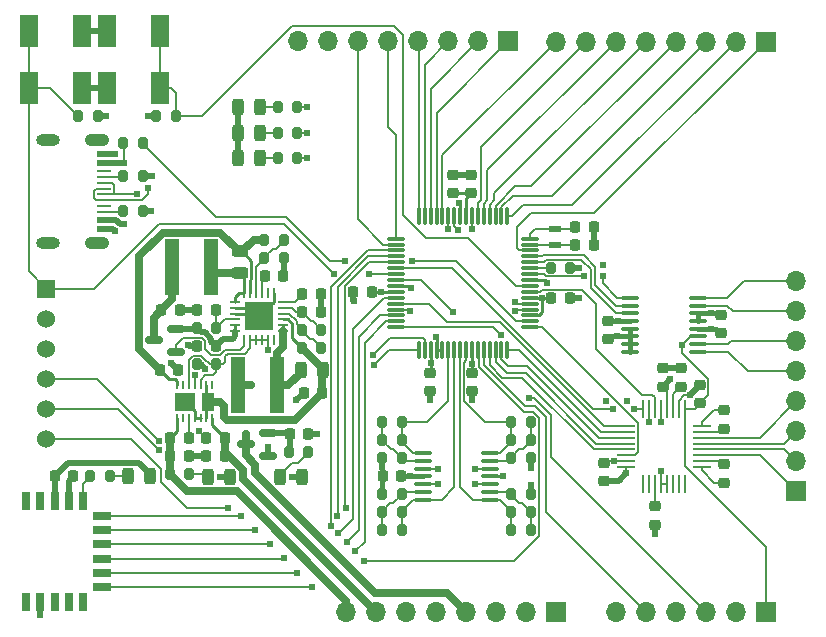
<source format=gbr>
%TF.GenerationSoftware,KiCad,Pcbnew,(6.0.7-1)-1*%
%TF.CreationDate,2023-03-19T13:44:44-04:00*%
%TF.ProjectId,smu_base,736d755f-6261-4736-952e-6b696361645f,rev?*%
%TF.SameCoordinates,Original*%
%TF.FileFunction,Copper,L1,Top*%
%TF.FilePolarity,Positive*%
%FSLAX46Y46*%
G04 Gerber Fmt 4.6, Leading zero omitted, Abs format (unit mm)*
G04 Created by KiCad (PCBNEW (6.0.7-1)-1) date 2023-03-19 13:44:44*
%MOMM*%
%LPD*%
G01*
G04 APERTURE LIST*
G04 Aperture macros list*
%AMRoundRect*
0 Rectangle with rounded corners*
0 $1 Rounding radius*
0 $2 $3 $4 $5 $6 $7 $8 $9 X,Y pos of 4 corners*
0 Add a 4 corners polygon primitive as box body*
4,1,4,$2,$3,$4,$5,$6,$7,$8,$9,$2,$3,0*
0 Add four circle primitives for the rounded corners*
1,1,$1+$1,$2,$3*
1,1,$1+$1,$4,$5*
1,1,$1+$1,$6,$7*
1,1,$1+$1,$8,$9*
0 Add four rect primitives between the rounded corners*
20,1,$1+$1,$2,$3,$4,$5,0*
20,1,$1+$1,$4,$5,$6,$7,0*
20,1,$1+$1,$6,$7,$8,$9,0*
20,1,$1+$1,$8,$9,$2,$3,0*%
G04 Aperture macros list end*
%TA.AperFunction,SMDPad,CuDef*%
%ADD10RoundRect,0.050000X-0.350000X-0.075000X0.350000X-0.075000X0.350000X0.075000X-0.350000X0.075000X0*%
%TD*%
%TA.AperFunction,SMDPad,CuDef*%
%ADD11RoundRect,0.050000X0.075000X-0.350000X0.075000X0.350000X-0.075000X0.350000X-0.075000X-0.350000X0*%
%TD*%
%TA.AperFunction,SMDPad,CuDef*%
%ADD12R,2.450000X2.450000*%
%TD*%
%TA.AperFunction,ComponentPad*%
%ADD13C,0.609600*%
%TD*%
%TA.AperFunction,SMDPad,CuDef*%
%ADD14RoundRect,0.225000X0.225000X0.250000X-0.225000X0.250000X-0.225000X-0.250000X0.225000X-0.250000X0*%
%TD*%
%TA.AperFunction,SMDPad,CuDef*%
%ADD15RoundRect,0.243750X-0.243750X-0.456250X0.243750X-0.456250X0.243750X0.456250X-0.243750X0.456250X0*%
%TD*%
%TA.AperFunction,SMDPad,CuDef*%
%ADD16RoundRect,0.225000X-0.225000X-0.250000X0.225000X-0.250000X0.225000X0.250000X-0.225000X0.250000X0*%
%TD*%
%TA.AperFunction,SMDPad,CuDef*%
%ADD17RoundRect,0.200000X-0.200000X-0.275000X0.200000X-0.275000X0.200000X0.275000X-0.200000X0.275000X0*%
%TD*%
%TA.AperFunction,ComponentPad*%
%ADD18R,1.700000X1.700000*%
%TD*%
%TA.AperFunction,ComponentPad*%
%ADD19O,1.700000X1.700000*%
%TD*%
%TA.AperFunction,SMDPad,CuDef*%
%ADD20R,0.250000X0.700000*%
%TD*%
%TA.AperFunction,SMDPad,CuDef*%
%ADD21R,1.805000X1.650000*%
%TD*%
%TA.AperFunction,SMDPad,CuDef*%
%ADD22R,1.070000X1.650000*%
%TD*%
%TA.AperFunction,SMDPad,CuDef*%
%ADD23R,1.100000X0.600000*%
%TD*%
%TA.AperFunction,SMDPad,CuDef*%
%ADD24RoundRect,0.225000X-0.250000X0.225000X-0.250000X-0.225000X0.250000X-0.225000X0.250000X0.225000X0*%
%TD*%
%TA.AperFunction,SMDPad,CuDef*%
%ADD25RoundRect,0.243750X-0.456250X0.243750X-0.456250X-0.243750X0.456250X-0.243750X0.456250X0.243750X0*%
%TD*%
%TA.AperFunction,SMDPad,CuDef*%
%ADD26RoundRect,0.075000X-0.662500X-0.075000X0.662500X-0.075000X0.662500X0.075000X-0.662500X0.075000X0*%
%TD*%
%TA.AperFunction,SMDPad,CuDef*%
%ADD27RoundRect,0.075000X-0.075000X-0.662500X0.075000X-0.662500X0.075000X0.662500X-0.075000X0.662500X0*%
%TD*%
%TA.AperFunction,SMDPad,CuDef*%
%ADD28RoundRect,0.200000X0.200000X0.275000X-0.200000X0.275000X-0.200000X-0.275000X0.200000X-0.275000X0*%
%TD*%
%TA.AperFunction,SMDPad,CuDef*%
%ADD29RoundRect,0.225000X0.250000X-0.225000X0.250000X0.225000X-0.250000X0.225000X-0.250000X-0.225000X0*%
%TD*%
%TA.AperFunction,SMDPad,CuDef*%
%ADD30RoundRect,0.062500X0.662500X0.062500X-0.662500X0.062500X-0.662500X-0.062500X0.662500X-0.062500X0*%
%TD*%
%TA.AperFunction,SMDPad,CuDef*%
%ADD31RoundRect,0.062500X0.062500X0.662500X-0.062500X0.662500X-0.062500X-0.662500X0.062500X-0.662500X0*%
%TD*%
%TA.AperFunction,SMDPad,CuDef*%
%ADD32R,0.700000X1.500000*%
%TD*%
%TA.AperFunction,SMDPad,CuDef*%
%ADD33R,1.500000X0.700000*%
%TD*%
%TA.AperFunction,SMDPad,CuDef*%
%ADD34R,1.150000X0.580000*%
%TD*%
%TA.AperFunction,SMDPad,CuDef*%
%ADD35R,1.150000X0.280000*%
%TD*%
%TA.AperFunction,ComponentPad*%
%ADD36O,2.100000X1.050000*%
%TD*%
%TA.AperFunction,ComponentPad*%
%ADD37O,2.000000X1.000000*%
%TD*%
%TA.AperFunction,SMDPad,CuDef*%
%ADD38R,1.500000X2.800000*%
%TD*%
%TA.AperFunction,SMDPad,CuDef*%
%ADD39RoundRect,0.100000X-0.637500X-0.100000X0.637500X-0.100000X0.637500X0.100000X-0.637500X0.100000X0*%
%TD*%
%TA.AperFunction,SMDPad,CuDef*%
%ADD40RoundRect,0.100000X0.637500X0.100000X-0.637500X0.100000X-0.637500X-0.100000X0.637500X-0.100000X0*%
%TD*%
%TA.AperFunction,SMDPad,CuDef*%
%ADD41RoundRect,0.150000X0.587500X0.150000X-0.587500X0.150000X-0.587500X-0.150000X0.587500X-0.150000X0*%
%TD*%
%TA.AperFunction,SMDPad,CuDef*%
%ADD42RoundRect,0.243750X0.243750X0.456250X-0.243750X0.456250X-0.243750X-0.456250X0.243750X-0.456250X0*%
%TD*%
%TA.AperFunction,SMDPad,CuDef*%
%ADD43R,1.250000X4.700000*%
%TD*%
%TA.AperFunction,SMDPad,CuDef*%
%ADD44R,1.524000X1.524000*%
%TD*%
%TA.AperFunction,SMDPad,CuDef*%
%ADD45C,1.524000*%
%TD*%
%TA.AperFunction,ViaPad*%
%ADD46C,0.609600*%
%TD*%
%TA.AperFunction,Conductor*%
%ADD47C,0.254000*%
%TD*%
%TA.AperFunction,Conductor*%
%ADD48C,0.508000*%
%TD*%
%TA.AperFunction,Conductor*%
%ADD49C,0.381000*%
%TD*%
%TA.AperFunction,Conductor*%
%ADD50C,0.203200*%
%TD*%
%TA.AperFunction,Conductor*%
%ADD51C,0.152400*%
%TD*%
%TA.AperFunction,Conductor*%
%ADD52C,0.635000*%
%TD*%
G04 APERTURE END LIST*
D10*
%TO.P,U6,1,INP*%
%TO.N,Net-(D6-Pad2)*%
X122701000Y-105854627D03*
%TO.P,U6,2,PGND*%
%TO.N,GND*%
X122701000Y-106354627D03*
%TO.P,U6,3,PGND*%
X122701000Y-106854627D03*
%TO.P,U6,4,VIN*%
%TO.N,Net-(C22-Pad1)*%
X122701000Y-107354627D03*
%TO.P,U6,5,INN*%
%TO.N,+5V*%
X122701000Y-107854627D03*
%TO.P,U6,6,INN*%
X122701000Y-108354627D03*
D11*
%TO.P,U6,7,BSW*%
%TO.N,Net-(Q1-Pad1)*%
X123451000Y-109104627D03*
%TO.P,U6,8,ENP*%
%TO.N,/ENA12V*%
X123951000Y-109104627D03*
%TO.P,U6,9,PSP*%
X124451000Y-109104627D03*
%TO.P,U6,10,ENN*%
X124951000Y-109104627D03*
%TO.P,U6,11,PSN*%
X125451000Y-109104627D03*
%TO.P,U6,12,NC*%
%TO.N,unconnected-(U6-Pad12)*%
X125951000Y-109104627D03*
D10*
%TO.P,U6,13,OUTN*%
%TO.N,Net-(D7-Pad1)*%
X126701000Y-108354627D03*
%TO.P,U6,14,OUTN*%
X126701000Y-107854627D03*
%TO.P,U6,15,VNEG*%
%TO.N,Net-(C28-Pad1)*%
X126701000Y-107354627D03*
%TO.P,U6,16,FBN*%
%TO.N,Net-(R26-Pad2)*%
X126701000Y-106854627D03*
%TO.P,U6,17,VREF*%
%TO.N,Net-(C25-Pad1)*%
X126701000Y-106354627D03*
%TO.P,U6,18,CN*%
%TO.N,Net-(C26-Pad1)*%
X126701000Y-105854627D03*
D11*
%TO.P,U6,19,AGND*%
%TO.N,GND*%
X125951000Y-105104627D03*
%TO.P,U6,20,NC*%
%TO.N,unconnected-(U6-Pad20)*%
X125451000Y-105104627D03*
%TO.P,U6,21,CP*%
%TO.N,Net-(C24-Pad1)*%
X124951000Y-105104627D03*
%TO.P,U6,22,FBP*%
%TO.N,Net-(R28-Pad2)*%
X124451000Y-105104627D03*
%TO.P,U6,23,VPOS*%
%TO.N,Net-(C27-Pad1)*%
X123951000Y-105104627D03*
%TO.P,U6,24,INP*%
%TO.N,Net-(D6-Pad2)*%
X123451000Y-105104627D03*
D12*
%TO.P,U6,25,EP*%
%TO.N,GND*%
X124701000Y-107104627D03*
D13*
X124701000Y-107104627D03*
%TD*%
D14*
%TO.P,C28,1*%
%TO.N,Net-(C28-Pad1)*%
X130061000Y-113566627D03*
%TO.P,C28,2*%
%TO.N,GND*%
X128511000Y-113566627D03*
%TD*%
D15*
%TO.P,D2,1,K*%
%TO.N,GND*%
X122887500Y-91567000D03*
%TO.P,D2,2,A*%
%TO.N,Net-(D2-Pad2)*%
X124762500Y-91567000D03*
%TD*%
%TO.P,D1,1,K*%
%TO.N,GND*%
X122887500Y-89408000D03*
%TO.P,D1,2,A*%
%TO.N,Net-(D1-Pad2)*%
X124762500Y-89408000D03*
%TD*%
D16*
%TO.P,C25,1*%
%TO.N,Net-(C25-Pad1)*%
X128384000Y-106708627D03*
%TO.P,C25,2*%
%TO.N,GND*%
X129934000Y-106708627D03*
%TD*%
D17*
%TO.P,R15,1*%
%TO.N,/CH1+*%
X146050000Y-123698000D03*
%TO.P,R15,2*%
%TO.N,Net-(R15-Pad2)*%
X147700000Y-123698000D03*
%TD*%
D16*
%TO.P,C23,1*%
%TO.N,+3V3*%
X127290500Y-117046427D03*
%TO.P,C23,2*%
%TO.N,GND*%
X128840500Y-117046427D03*
%TD*%
D18*
%TO.P,J5,1,Pin_1*%
%TO.N,/D8*%
X145796000Y-83820000D03*
D19*
%TO.P,J5,2,Pin_2*%
%TO.N,/D9*%
X143256000Y-83820000D03*
%TO.P,J5,3,Pin_3*%
%TO.N,/D10*%
X140716000Y-83820000D03*
%TO.P,J5,4,Pin_4*%
%TO.N,/D11*%
X138176000Y-83820000D03*
%TO.P,J5,5,Pin_5*%
%TO.N,/D12*%
X135636000Y-83820000D03*
%TO.P,J5,6,Pin_6*%
%TO.N,/D13*%
X133096000Y-83820000D03*
%TO.P,J5,7,Pin_7*%
%TO.N,GND*%
X130556000Y-83820000D03*
%TO.P,J5,8,Pin_8*%
%TO.N,+3V3*%
X128016000Y-83820000D03*
%TD*%
D20*
%TO.P,U8,1,OUTP*%
%TO.N,+12V*%
X117753000Y-115728627D03*
%TO.P,U8,2,NC*%
%TO.N,unconnected-(U8-Pad2)*%
X118253000Y-115728627D03*
%TO.P,U8,3,BYPP*%
%TO.N,Net-(C29-Pad2)*%
X118753000Y-115728627D03*
%TO.P,U8,4,GND*%
%TO.N,GND*%
X119253000Y-115728627D03*
%TO.P,U8,5,GND*%
X119753000Y-115728627D03*
%TO.P,U8,6,INN*%
%TO.N,Net-(C28-Pad1)*%
X120253000Y-115728627D03*
%TO.P,U8,7,OUTN*%
%TO.N,-12V*%
X120753000Y-115728627D03*
%TO.P,U8,8,NC*%
%TO.N,unconnected-(U8-Pad8)*%
X120753000Y-112928627D03*
%TO.P,U8,9,INN*%
%TO.N,Net-(C28-Pad1)*%
X120253000Y-112928627D03*
%TO.P,U8,10,~{SHDNN}*%
%TO.N,/ENA12V*%
X119753000Y-112928627D03*
%TO.P,U8,11,BYPN*%
%TO.N,Net-(C30-Pad1)*%
X119253000Y-112928627D03*
%TO.P,U8,12,~{SHDNP}*%
%TO.N,/ENA12V*%
X118753000Y-112928627D03*
%TO.P,U8,13,NC*%
%TO.N,unconnected-(U8-Pad13)*%
X118253000Y-112928627D03*
%TO.P,U8,14,INP*%
%TO.N,Net-(C27-Pad1)*%
X117753000Y-112928627D03*
D21*
%TO.P,U8,15,GND*%
%TO.N,GND*%
X118475500Y-114328627D03*
D13*
X118475500Y-114328627D03*
D22*
%TO.P,U8,16,INN*%
%TO.N,Net-(C28-Pad1)*%
X120398000Y-114328627D03*
%TD*%
D17*
%TO.P,R4,1*%
%TO.N,Net-(J1-PadA5)*%
X113221000Y-95250000D03*
%TO.P,R4,2*%
%TO.N,GND*%
X114871000Y-95250000D03*
%TD*%
D23*
%TO.P,Y1,1,1*%
%TO.N,Net-(C3-Pad2)*%
X149733000Y-99692000D03*
%TO.P,Y1,2,2*%
%TO.N,Net-(C2-Pad2)*%
X149733000Y-101092000D03*
%TD*%
D15*
%TO.P,D3,1,K*%
%TO.N,GND*%
X122887500Y-93726000D03*
%TO.P,D3,2,A*%
%TO.N,Net-(D3-Pad2)*%
X124762500Y-93726000D03*
%TD*%
D17*
%TO.P,R22,1*%
%TO.N,/CH1-*%
X146050000Y-116078000D03*
%TO.P,R22,2*%
%TO.N,Net-(R17-Pad2)*%
X147700000Y-116078000D03*
%TD*%
D24*
%TO.P,C9,1*%
%TO.N,+3V3*%
X153924000Y-119494000D03*
%TO.P,C9,2*%
%TO.N,GND*%
X153924000Y-121044000D03*
%TD*%
D16*
%TO.P,C26,1*%
%TO.N,Net-(C26-Pad1)*%
X128384000Y-105184627D03*
%TO.P,C26,2*%
%TO.N,GND*%
X129934000Y-105184627D03*
%TD*%
D25*
%TO.P,D6,1*%
%TO.N,Net-(C27-Pad1)*%
X123063000Y-101580127D03*
%TO.P,D6,2*%
%TO.N,Net-(D6-Pad2)*%
X123063000Y-103455127D03*
%TD*%
D17*
%TO.P,R30,1*%
%TO.N,+12V*%
X117158000Y-120424627D03*
%TO.P,R30,2*%
%TO.N,Net-(D8-Pad2)*%
X118808000Y-120424627D03*
%TD*%
D14*
%TO.P,C2,1*%
%TO.N,GND*%
X153035000Y-101092000D03*
%TO.P,C2,2*%
%TO.N,Net-(C2-Pad2)*%
X151485000Y-101092000D03*
%TD*%
D17*
%TO.P,R16,1*%
%TO.N,Net-(R15-Pad2)*%
X146050000Y-122174000D03*
%TO.P,R16,2*%
%TO.N,GND*%
X147700000Y-122174000D03*
%TD*%
D26*
%TO.P,U1,1,RE5*%
%TO.N,/D12*%
X136323500Y-100517000D03*
%TO.P,U1,2,RE6/SCL3*%
%TO.N,/D13*%
X136323500Y-101017000D03*
%TO.P,U1,3,RE7/SDA3*%
%TO.N,/RST_N*%
X136323500Y-101517000D03*
%TO.P,U1,4,RG6/RP21*%
%TO.N,/CTS*%
X136323500Y-102017000D03*
%TO.P,U1,5,RG7/RP26*%
%TO.N,Net-(J2-Pad6)*%
X136323500Y-102517000D03*
%TO.P,U1,6,RG8/RP19*%
%TO.N,/ADC_START*%
X136323500Y-103017000D03*
%TO.P,U1,7,~{MCLR}*%
%TO.N,Net-(J2-Pad1)*%
X136323500Y-103517000D03*
%TO.P,U1,8,RG9/RP27/DAC1*%
%TO.N,/DAC1*%
X136323500Y-104017000D03*
%TO.P,U1,9,VSS*%
%TO.N,GND*%
X136323500Y-104517000D03*
%TO.P,U1,10,VDD*%
%TO.N,+3V3*%
X136323500Y-105017000D03*
%TO.P,U1,11,RB5/RP18/AN5*%
%TO.N,/RTS*%
X136323500Y-105517000D03*
%TO.P,U1,12,RB4/RP28/AN4*%
%TO.N,/ADC_CLK*%
X136323500Y-106017000D03*
%TO.P,U1,13,RB3/AN3*%
%TO.N,/ENA12V*%
X136323500Y-106517000D03*
%TO.P,U1,14,RB2/RP13/AN2*%
%TO.N,/TX*%
X136323500Y-107017000D03*
%TO.P,U1,15,RB1/RP1/AN1/VREF-*%
%TO.N,/RX*%
X136323500Y-107517000D03*
%TO.P,U1,16,RB0/RP0/AN0/VREF+*%
%TO.N,/VREF*%
X136323500Y-108017000D03*
D27*
%TO.P,U1,17,RB6/RP6/AN6/PGEC2*%
%TO.N,Net-(J2-Pad5)*%
X138236000Y-109929500D03*
%TO.P,U1,18,RB7/RP7/AN7/PGED2*%
%TO.N,Net-(J2-Pad4)*%
X138736000Y-109929500D03*
%TO.P,U1,19,AVDD*%
%TO.N,+3V3*%
X139236000Y-109929500D03*
%TO.P,U1,20,AVSS*%
%TO.N,GND*%
X139736000Y-109929500D03*
%TO.P,U1,21,SVSS*%
X140236000Y-109929500D03*
%TO.P,U1,22,CH0+*%
%TO.N,/CH0+*%
X140736000Y-109929500D03*
%TO.P,U1,23,CH0-*%
%TO.N,/CH0-*%
X141236000Y-109929500D03*
%TO.P,U1,24,CH1+*%
%TO.N,/CH1+*%
X141736000Y-109929500D03*
%TO.P,U1,25,CH1-*%
%TO.N,/CH1-*%
X142236000Y-109929500D03*
%TO.P,U1,26,SVDD*%
%TO.N,+3V3*%
X142736000Y-109929500D03*
%TO.P,U1,27,RB12/AN12*%
%TO.N,/RX_IND*%
X143236000Y-109929500D03*
%TO.P,U1,28,RB13/AN13/DAC2*%
%TO.N,/DAC2*%
X143736000Y-109929500D03*
%TO.P,U1,29,RB14/RP14/AN14*%
%TO.N,/ADC_MISO*%
X144236000Y-109929500D03*
%TO.P,U1,30,RB15/RP29/AN15*%
%TO.N,/ADC_SCK*%
X144736000Y-109929500D03*
%TO.P,U1,31,RF4/RP10/SDA2*%
%TO.N,/ADC_MOSI*%
X145236000Y-109929500D03*
%TO.P,U1,32,RF5/RP17/SCL2*%
%TO.N,/ADC_CSN*%
X145736000Y-109929500D03*
D26*
%TO.P,U1,33,RF3/RP16*%
%TO.N,/ADC_DRDY*%
X147648500Y-108017000D03*
%TO.P,U1,34,VBUS*%
%TO.N,Net-(R5-Pad2)*%
X147648500Y-107517000D03*
%TO.P,U1,35,VUSB*%
%TO.N,+3V3*%
X147648500Y-107017000D03*
%TO.P,U1,36,D-*%
%TO.N,Net-(J1-PadA7)*%
X147648500Y-106517000D03*
%TO.P,U1,37,D+*%
%TO.N,Net-(J1-PadA6)*%
X147648500Y-106017000D03*
%TO.P,U1,38,VDD*%
%TO.N,+3V3*%
X147648500Y-105517000D03*
%TO.P,U1,39,RC12/OSCI*%
%TO.N,/ADC_CLKSEL*%
X147648500Y-105017000D03*
%TO.P,U1,40,RC15/OSCO*%
%TO.N,Net-(R3-Pad2)*%
X147648500Y-104517000D03*
%TO.P,U1,41,VSS*%
%TO.N,GND*%
X147648500Y-104017000D03*
%TO.P,U1,42,RD8/RP2*%
%TO.N,/DAC_CSN*%
X147648500Y-103517000D03*
%TO.P,U1,43,RD9/RP4/SDA1*%
%TO.N,/DAC_MISO*%
X147648500Y-103017000D03*
%TO.P,U1,44,RD10/RP3/SCL1*%
%TO.N,/DAC_MOSI*%
X147648500Y-102517000D03*
%TO.P,U1,45,RD11/RP12*%
%TO.N,/DAC_SCK*%
X147648500Y-102017000D03*
%TO.P,U1,46,RD0/RP11/INT0*%
%TO.N,/D0*%
X147648500Y-101517000D03*
%TO.P,U1,47,RC13/SOSCI*%
%TO.N,Net-(C2-Pad2)*%
X147648500Y-101017000D03*
%TO.P,U1,48,RC14/RPI37/SOSCO*%
%TO.N,Net-(C3-Pad2)*%
X147648500Y-100517000D03*
D27*
%TO.P,U1,49,RD1/RP24*%
%TO.N,/D1*%
X145736000Y-98604500D03*
%TO.P,U1,50,RD2/RP23*%
%TO.N,/D2*%
X145236000Y-98604500D03*
%TO.P,U1,51,RD3/RP22*%
%TO.N,/D3*%
X144736000Y-98604500D03*
%TO.P,U1,52,RD4/RP25*%
%TO.N,/D4*%
X144236000Y-98604500D03*
%TO.P,U1,53,RD5/RP20*%
%TO.N,/D5*%
X143736000Y-98604500D03*
%TO.P,U1,54,RD6*%
%TO.N,/D6*%
X143236000Y-98604500D03*
%TO.P,U1,55,RD7*%
%TO.N,Net-(R6-Pad2)*%
X142736000Y-98604500D03*
%TO.P,U1,56,VCAP*%
%TO.N,Net-(C1-Pad1)*%
X142236000Y-98604500D03*
%TO.P,U1,57,VBAT*%
%TO.N,+3V3*%
X141736000Y-98604500D03*
%TO.P,U1,58,RF0*%
%TO.N,Net-(R7-Pad2)*%
X141236000Y-98604500D03*
%TO.P,U1,59,RF1*%
%TO.N,Net-(R8-Pad2)*%
X140736000Y-98604500D03*
%TO.P,U1,60,RE0*%
%TO.N,/D7*%
X140236000Y-98604500D03*
%TO.P,U1,61,RE1*%
%TO.N,/D8*%
X139736000Y-98604500D03*
%TO.P,U1,62,RE2*%
%TO.N,/D9*%
X139236000Y-98604500D03*
%TO.P,U1,63,RE3*%
%TO.N,/D10*%
X138736000Y-98604500D03*
%TO.P,U1,64,RE4*%
%TO.N,/D11*%
X138236000Y-98604500D03*
%TD*%
D14*
%TO.P,C32,1*%
%TO.N,-12V*%
X121806000Y-118900627D03*
%TO.P,C32,2*%
%TO.N,GND*%
X120256000Y-118900627D03*
%TD*%
D15*
%TO.P,D4,1,K*%
%TO.N,Net-(D4-Pad1)*%
X113616500Y-120650000D03*
%TO.P,D4,2,A*%
%TO.N,+3V3*%
X115491500Y-120650000D03*
%TD*%
D28*
%TO.P,R12,1*%
%TO.N,Net-(R11-Pad2)*%
X136778000Y-119126000D03*
%TO.P,R12,2*%
%TO.N,GND*%
X135128000Y-119126000D03*
%TD*%
D29*
%TO.P,C11,1*%
%TO.N,Net-(C11-Pad1)*%
X164084000Y-121171000D03*
%TO.P,C11,2*%
%TO.N,Net-(C11-Pad2)*%
X164084000Y-119621000D03*
%TD*%
D14*
%TO.P,C20,1*%
%TO.N,+5V*%
X121031000Y-109629627D03*
%TO.P,C20,2*%
%TO.N,GND*%
X119481000Y-109629627D03*
%TD*%
%TO.P,C8,1*%
%TO.N,GND*%
X151016000Y-105537000D03*
%TO.P,C8,2*%
%TO.N,+3V3*%
X149466000Y-105537000D03*
%TD*%
D17*
%TO.P,R10,1*%
%TO.N,Net-(R10-Pad1)*%
X110427000Y-120650000D03*
%TO.P,R10,2*%
%TO.N,Net-(D4-Pad1)*%
X112077000Y-120650000D03*
%TD*%
D30*
%TO.P,U2,1,PGA1N*%
%TO.N,Net-(C11-Pad1)*%
X162204000Y-119860000D03*
%TO.P,U2,2,PGA1P*%
%TO.N,Net-(C11-Pad2)*%
X162204000Y-119360000D03*
%TO.P,U2,3,IN1N*%
%TO.N,/CH1IN-*%
X162204000Y-118860000D03*
%TO.P,U2,4,IN1P*%
%TO.N,/CH1IN+*%
X162204000Y-118360000D03*
%TO.P,U2,5,IN2N*%
%TO.N,/CH2IN-*%
X162204000Y-117860000D03*
%TO.P,U2,6,IN2P*%
%TO.N,/CH2IN+*%
X162204000Y-117360000D03*
%TO.P,U2,7,PGA2N*%
%TO.N,Net-(C12-Pad1)*%
X162204000Y-116860000D03*
%TO.P,U2,8,PGA2P*%
%TO.N,Net-(C12-Pad2)*%
X162204000Y-116360000D03*
D31*
%TO.P,U2,9,VREFP*%
%TO.N,/VREF*%
X160754000Y-114910000D03*
%TO.P,U2,10,VREFN*%
%TO.N,GND*%
X160254000Y-114910000D03*
%TO.P,U2,11,VCAP1*%
%TO.N,Net-(C18-Pad1)*%
X159754000Y-114910000D03*
%TO.P,U2,12,AVDD*%
%TO.N,+3V3*%
X159254000Y-114910000D03*
%TO.P,U2,13,AVSS*%
%TO.N,GND*%
X158754000Y-114910000D03*
%TO.P,U2,14,CLKSEL*%
%TO.N,/ADC_CLKSEL*%
X158254000Y-114910000D03*
%TO.P,U2,15,~{PWRDN}/~{RESET}*%
%TO.N,+3V3*%
X157754000Y-114910000D03*
%TO.P,U2,16,START*%
%TO.N,/ADC_START*%
X157254000Y-114910000D03*
D30*
%TO.P,U2,17,CLK*%
%TO.N,/ADC_CLK*%
X155804000Y-116360000D03*
%TO.P,U2,18,~{CS}*%
%TO.N,/ADC_CSN*%
X155804000Y-116860000D03*
%TO.P,U2,19,DIN*%
%TO.N,/ADC_MOSI*%
X155804000Y-117360000D03*
%TO.P,U2,20,SCK*%
%TO.N,/ADC_SCK*%
X155804000Y-117860000D03*
%TO.P,U2,21,DOUT*%
%TO.N,/ADC_MISO*%
X155804000Y-118360000D03*
%TO.P,U2,22,~{DRDY}*%
%TO.N,/ADC_DRDY*%
X155804000Y-118860000D03*
%TO.P,U2,23,DVDD*%
%TO.N,+3V3*%
X155804000Y-119360000D03*
%TO.P,U2,24,DGND*%
%TO.N,GND*%
X155804000Y-119860000D03*
D31*
%TO.P,U2,25,GPIO2/RCLK2*%
%TO.N,unconnected-(U2-Pad25)*%
X157254000Y-121310000D03*
%TO.P,U2,26,GPIO1/RCLK1*%
%TO.N,unconnected-(U2-Pad26)*%
X157754000Y-121310000D03*
%TO.P,U2,27,VCAP2*%
%TO.N,Net-(C17-Pad1)*%
X158254000Y-121310000D03*
%TO.P,U2,28,RLDINV*%
%TO.N,+3V3*%
X158754000Y-121310000D03*
%TO.P,U2,29,RLDIN/RLDREF*%
X159254000Y-121310000D03*
%TO.P,U2,30,RLDOUT*%
%TO.N,unconnected-(U2-Pad30)*%
X159754000Y-121310000D03*
%TO.P,U2,31,RESP_MODP/IN3P*%
%TO.N,unconnected-(U2-Pad31)*%
X160254000Y-121310000D03*
%TO.P,U2,32,RESP_MODN/IN3N*%
%TO.N,unconnected-(U2-Pad32)*%
X160754000Y-121310000D03*
%TD*%
D17*
%TO.P,R21,1*%
%TO.N,/CH1+*%
X146050000Y-125222000D03*
%TO.P,R21,2*%
%TO.N,Net-(R15-Pad2)*%
X147700000Y-125222000D03*
%TD*%
D29*
%TO.P,C12,1*%
%TO.N,Net-(C12-Pad1)*%
X164084000Y-116599000D03*
%TO.P,C12,2*%
%TO.N,Net-(C12-Pad2)*%
X164084000Y-115049000D03*
%TD*%
D17*
%TO.P,R23,1*%
%TO.N,GND*%
X119444000Y-111153627D03*
%TO.P,R23,2*%
%TO.N,/ENA12V*%
X121094000Y-111153627D03*
%TD*%
D18*
%TO.P,J6,1,Pin_1*%
%TO.N,/CH1IN-*%
X170205000Y-121920000D03*
D19*
%TO.P,J6,2,Pin_2*%
%TO.N,/CH1IN+*%
X170205000Y-119380000D03*
%TO.P,J6,3,Pin_3*%
%TO.N,/CH2IN-*%
X170205000Y-116840000D03*
%TO.P,J6,4,Pin_4*%
%TO.N,/CH2IN+*%
X170205000Y-114300000D03*
%TO.P,J6,5,Pin_5*%
%TO.N,/CH1OUT-*%
X170205000Y-111760000D03*
%TO.P,J6,6,Pin_6*%
%TO.N,/CH1OUT+*%
X170205000Y-109220000D03*
%TO.P,J6,7,Pin_7*%
%TO.N,/CH2OUT-*%
X170205000Y-106680000D03*
%TO.P,J6,8,Pin_8*%
%TO.N,/CH2OUT+*%
X170205000Y-104140000D03*
%TD*%
D32*
%TO.P,U7,1,N.C.*%
%TO.N,unconnected-(U7-Pad1)*%
X105004000Y-131250000D03*
%TO.P,U7,2,GND*%
%TO.N,GND*%
X106204000Y-131250000D03*
%TO.P,U7,3,P1_2*%
%TO.N,unconnected-(U7-Pad3)*%
X107404000Y-131250000D03*
%TO.P,U7,4,P1_3*%
%TO.N,unconnected-(U7-Pad4)*%
X108604000Y-131250000D03*
%TO.P,U7,5,P1_7*%
%TO.N,unconnected-(U7-Pad5)*%
X109804000Y-131250000D03*
D33*
%TO.P,U7,6,P1_6*%
%TO.N,/RX_IND*%
X111454000Y-130000000D03*
%TO.P,U7,7,HCI_RXD*%
%TO.N,/RX*%
X111454000Y-128800000D03*
%TO.P,U7,8,HCI_TXD*%
%TO.N,/TX*%
X111454000Y-127600000D03*
%TO.P,U7,9,P3_6*%
%TO.N,/RTS*%
X111454000Y-126400000D03*
%TO.P,U7,10,RST_N*%
%TO.N,/RST_N*%
X111454000Y-125200000D03*
%TO.P,U7,11,P0_0*%
%TO.N,/CTS*%
X111454000Y-124000000D03*
D32*
%TO.P,U7,12,P0_2*%
%TO.N,Net-(R10-Pad1)*%
X109804000Y-122750000D03*
%TO.P,U7,13,GND*%
%TO.N,GND*%
X108604000Y-122750000D03*
%TO.P,U7,14,VBAT*%
%TO.N,+3V3*%
X107404000Y-122750000D03*
%TO.P,U7,15,P2_7*%
%TO.N,unconnected-(U7-Pad15)*%
X106204000Y-122750000D03*
%TO.P,U7,16,P2_0*%
%TO.N,unconnected-(U7-Pad16)*%
X105004000Y-122750000D03*
%TD*%
D18*
%TO.P,J3,1,Pin_1*%
%TO.N,unconnected-(J3-Pad1)*%
X149845000Y-132105000D03*
D19*
%TO.P,J3,2,Pin_2*%
%TO.N,GND*%
X147305000Y-132105000D03*
%TO.P,J3,3,Pin_3*%
X144765000Y-132105000D03*
%TO.P,J3,4,Pin_4*%
%TO.N,+5V*%
X142225000Y-132105000D03*
%TO.P,J3,5,Pin_5*%
%TO.N,+3V3*%
X139685000Y-132105000D03*
%TO.P,J3,6,Pin_6*%
%TO.N,unconnected-(J3-Pad6)*%
X137145000Y-132105000D03*
%TO.P,J3,7,Pin_7*%
%TO.N,-12V*%
X134605000Y-132105000D03*
%TO.P,J3,8,Pin_8*%
%TO.N,+12V*%
X132065000Y-132105000D03*
%TD*%
D16*
%TO.P,C29,1*%
%TO.N,+12V*%
X117208000Y-117376627D03*
%TO.P,C29,2*%
%TO.N,Net-(C29-Pad2)*%
X118758000Y-117376627D03*
%TD*%
%TO.P,C31,1*%
%TO.N,+12V*%
X117208000Y-118900627D03*
%TO.P,C31,2*%
%TO.N,GND*%
X118758000Y-118900627D03*
%TD*%
D28*
%TO.P,R14,1*%
%TO.N,Net-(R13-Pad2)*%
X136778000Y-122174000D03*
%TO.P,R14,2*%
%TO.N,GND*%
X135128000Y-122174000D03*
%TD*%
D34*
%TO.P,J1,A1B12,GND*%
%TO.N,GND*%
X111562000Y-93320000D03*
%TO.P,J1,A4B9,VBUS*%
%TO.N,+5V*%
X111562000Y-94120000D03*
D35*
%TO.P,J1,A5,CC1*%
%TO.N,Net-(J1-PadA5)*%
X111562000Y-95270000D03*
%TO.P,J1,A6,D+*%
%TO.N,Net-(J1-PadA6)*%
X111562000Y-96270000D03*
%TO.P,J1,A7,D-*%
%TO.N,Net-(J1-PadA7)*%
X111562000Y-96770000D03*
%TO.P,J1,A8,SBU1*%
%TO.N,unconnected-(J1-PadA8)*%
X111562000Y-97770000D03*
D34*
%TO.P,J1,B1A12,GND*%
%TO.N,GND*%
X111562000Y-99720000D03*
%TO.P,J1,B4A9,VBUS*%
%TO.N,+5V*%
X111562000Y-98920000D03*
D35*
%TO.P,J1,B5,CC2*%
%TO.N,Net-(J1-PadB5)*%
X111562000Y-98270000D03*
%TO.P,J1,B6,D+*%
%TO.N,Net-(J1-PadA6)*%
X111562000Y-97270000D03*
%TO.P,J1,B7,D-*%
%TO.N,Net-(J1-PadA7)*%
X111562000Y-95770000D03*
%TO.P,J1,B8,SBU2*%
%TO.N,unconnected-(J1-PadB8)*%
X111562000Y-94770000D03*
D36*
%TO.P,J1,S1,SHELL*%
%TO.N,GND*%
X110987000Y-92200000D03*
D37*
%TO.P,J1,S2,SHELL*%
X106807000Y-92200000D03*
%TO.P,J1,S3,SHELL*%
X106807000Y-100840000D03*
D36*
%TO.P,J1,S4,SHELL*%
X110987000Y-100840000D03*
%TD*%
D16*
%TO.P,C21,1*%
%TO.N,Net-(C21-Pad1)*%
X116446000Y-106581627D03*
%TO.P,C21,2*%
%TO.N,GND*%
X117996000Y-106581627D03*
%TD*%
D29*
%TO.P,C1,1*%
%TO.N,Net-(C1-Pad1)*%
X141097000Y-96660000D03*
%TO.P,C1,2*%
%TO.N,GND*%
X141097000Y-95110000D03*
%TD*%
D38*
%TO.P,S2,1,1*%
%TO.N,GND*%
X111796000Y-87744000D03*
X111796000Y-82944000D03*
%TO.P,S2,2,2*%
%TO.N,Net-(R3-Pad2)*%
X116296000Y-82944000D03*
X116296000Y-87744000D03*
%TD*%
D17*
%TO.P,R24,1*%
%TO.N,+5V*%
X119444000Y-108105627D03*
%TO.P,R24,2*%
%TO.N,Net-(C22-Pad1)*%
X121094000Y-108105627D03*
%TD*%
D39*
%TO.P,U4,1*%
%TO.N,/CH0+*%
X138551500Y-118700000D03*
%TO.P,U4,2*%
%TO.N,Net-(R11-Pad2)*%
X138551500Y-119350000D03*
%TO.P,U4,3*%
%TO.N,/CH1IN+*%
X138551500Y-120000000D03*
%TO.P,U4,4,VDD*%
%TO.N,+3V3*%
X138551500Y-120650000D03*
%TO.P,U4,5*%
%TO.N,/CH1IN-*%
X138551500Y-121300000D03*
%TO.P,U4,6*%
%TO.N,Net-(R13-Pad2)*%
X138551500Y-121950000D03*
%TO.P,U4,7*%
%TO.N,/CH0-*%
X138551500Y-122600000D03*
%TO.P,U4,8*%
%TO.N,/CH1+*%
X144276500Y-122600000D03*
%TO.P,U4,9*%
%TO.N,Net-(R15-Pad2)*%
X144276500Y-121950000D03*
%TO.P,U4,10*%
%TO.N,/CH2IN+*%
X144276500Y-121300000D03*
%TO.P,U4,11,VSS*%
%TO.N,GND*%
X144276500Y-120650000D03*
%TO.P,U4,12*%
%TO.N,/CH2IN-*%
X144276500Y-120000000D03*
%TO.P,U4,13*%
%TO.N,Net-(R17-Pad2)*%
X144276500Y-119350000D03*
%TO.P,U4,14*%
%TO.N,/CH1-*%
X144276500Y-118700000D03*
%TD*%
D29*
%TO.P,C6,1*%
%TO.N,GND*%
X139192000Y-113424000D03*
%TO.P,C6,2*%
%TO.N,+3V3*%
X139192000Y-111874000D03*
%TD*%
D17*
%TO.P,R25,1*%
%TO.N,+3V3*%
X127240500Y-118570427D03*
%TO.P,R25,2*%
%TO.N,Net-(D5-Pad2)*%
X128890500Y-118570427D03*
%TD*%
D18*
%TO.P,J4,1,Pin_1*%
%TO.N,/D0*%
X167625000Y-83845000D03*
D19*
%TO.P,J4,2,Pin_2*%
%TO.N,/D1*%
X165085000Y-83845000D03*
%TO.P,J4,3,Pin_3*%
%TO.N,/D2*%
X162545000Y-83845000D03*
%TO.P,J4,4,Pin_4*%
%TO.N,/D3*%
X160005000Y-83845000D03*
%TO.P,J4,5,Pin_5*%
%TO.N,/D4*%
X157465000Y-83845000D03*
%TO.P,J4,6,Pin_6*%
%TO.N,/D5*%
X154925000Y-83845000D03*
%TO.P,J4,7,Pin_7*%
%TO.N,/D6*%
X152385000Y-83845000D03*
%TO.P,J4,8,Pin_8*%
%TO.N,/D7*%
X149845000Y-83845000D03*
%TD*%
D40*
%TO.P,U3,1,VOUTA*%
%TO.N,/CH1OUT-*%
X161866500Y-110098000D03*
%TO.P,U3,2,VOUTB*%
%TO.N,/CH1OUT+*%
X161866500Y-109448000D03*
%TO.P,U3,3,VREFOUT*%
%TO.N,/VREF*%
X161866500Y-108798000D03*
%TO.P,U3,4,AVDD*%
%TO.N,+3V3*%
X161866500Y-108148000D03*
%TO.P,U3,5,VREFL*%
%TO.N,GND*%
X161866500Y-107498000D03*
%TO.P,U3,6,GND*%
X161866500Y-106848000D03*
%TO.P,U3,7,VOUTC*%
%TO.N,/CH2OUT-*%
X161866500Y-106198000D03*
%TO.P,U3,8,VOUTD*%
%TO.N,/CH2OUT+*%
X161866500Y-105548000D03*
%TO.P,U3,9,~{SYNC}*%
%TO.N,/DAC_CSN*%
X156141500Y-105548000D03*
%TO.P,U3,10,SCLK*%
%TO.N,/DAC_SCK*%
X156141500Y-106198000D03*
%TO.P,U3,11,DIN*%
%TO.N,/DAC_MOSI*%
X156141500Y-106848000D03*
%TO.P,U3,12,IOVDD*%
%TO.N,+3V3*%
X156141500Y-107498000D03*
%TO.P,U3,13,A0*%
%TO.N,GND*%
X156141500Y-108148000D03*
%TO.P,U3,14,A1*%
X156141500Y-108798000D03*
%TO.P,U3,15,~{ENABLE}*%
X156141500Y-109448000D03*
%TO.P,U3,16,LDAC*%
X156141500Y-110098000D03*
%TD*%
D28*
%TO.P,R1,1*%
%TO.N,+3V3*%
X111061000Y-90170000D03*
%TO.P,R1,2*%
%TO.N,Net-(J2-Pad1)*%
X109411000Y-90170000D03*
%TD*%
D29*
%TO.P,C18,1*%
%TO.N,Net-(C18-Pad1)*%
X160401000Y-113043000D03*
%TO.P,C18,2*%
%TO.N,GND*%
X160401000Y-111493000D03*
%TD*%
D16*
%TO.P,C30,1*%
%TO.N,Net-(C30-Pad1)*%
X120256000Y-117376627D03*
%TO.P,C30,2*%
%TO.N,-12V*%
X121806000Y-117376627D03*
%TD*%
D17*
%TO.P,R6,1*%
%TO.N,Net-(D1-Pad2)*%
X126302000Y-89408000D03*
%TO.P,R6,2*%
%TO.N,Net-(R6-Pad2)*%
X127952000Y-89408000D03*
%TD*%
%TO.P,R28,1*%
%TO.N,Net-(C27-Pad1)*%
X125159000Y-100612627D03*
%TO.P,R28,2*%
%TO.N,Net-(R28-Pad2)*%
X126809000Y-100612627D03*
%TD*%
D28*
%TO.P,R13,1*%
%TO.N,/CH0-*%
X136778000Y-123698000D03*
%TO.P,R13,2*%
%TO.N,Net-(R13-Pad2)*%
X135128000Y-123698000D03*
%TD*%
D41*
%TO.P,U5,1,GND*%
%TO.N,GND*%
X125447000Y-118885427D03*
%TO.P,U5,2,VOUT*%
%TO.N,+3V3*%
X125447000Y-116985427D03*
%TO.P,U5,3,VIN*%
%TO.N,+5V*%
X123572000Y-117935427D03*
%TD*%
D18*
%TO.P,J7,1,Pin_1*%
%TO.N,/VREF*%
X167615000Y-132105000D03*
D19*
%TO.P,J7,2,Pin_2*%
%TO.N,GND*%
X165075000Y-132105000D03*
%TO.P,J7,3,Pin_3*%
%TO.N,/DAC1*%
X162535000Y-132105000D03*
%TO.P,J7,4,Pin_4*%
%TO.N,GND*%
X159995000Y-132105000D03*
%TO.P,J7,5,Pin_5*%
%TO.N,/DAC2*%
X157455000Y-132105000D03*
%TO.P,J7,6,Pin_6*%
%TO.N,GND*%
X154915000Y-132105000D03*
%TD*%
D16*
%TO.P,C5,1*%
%TO.N,GND*%
X132702000Y-105029000D03*
%TO.P,C5,2*%
%TO.N,+3V3*%
X134252000Y-105029000D03*
%TD*%
D42*
%TO.P,D8,1,K*%
%TO.N,GND*%
X122222500Y-120678627D03*
%TO.P,D8,2,A*%
%TO.N,Net-(D8-Pad2)*%
X120347500Y-120678627D03*
%TD*%
D38*
%TO.P,S1,1,1*%
%TO.N,GND*%
X109692000Y-82944000D03*
X109692000Y-87744000D03*
%TO.P,S1,2,2*%
%TO.N,Net-(J2-Pad1)*%
X105192000Y-82944000D03*
X105192000Y-87744000D03*
%TD*%
D24*
%TO.P,C10,1*%
%TO.N,+3V3*%
X154275000Y-107475000D03*
%TO.P,C10,2*%
%TO.N,GND*%
X154275000Y-109025000D03*
%TD*%
D14*
%TO.P,C22,1*%
%TO.N,Net-(C22-Pad1)*%
X121044000Y-106581627D03*
%TO.P,C22,2*%
%TO.N,GND*%
X119494000Y-106581627D03*
%TD*%
D28*
%TO.P,R26,1*%
%TO.N,Net-(C25-Pad1)*%
X129984000Y-108254627D03*
%TO.P,R26,2*%
%TO.N,Net-(R26-Pad2)*%
X128334000Y-108254627D03*
%TD*%
D17*
%TO.P,R5,1*%
%TO.N,+5V*%
X113221000Y-92456000D03*
%TO.P,R5,2*%
%TO.N,Net-(R5-Pad2)*%
X114871000Y-92456000D03*
%TD*%
D43*
%TO.P,L2,1*%
%TO.N,Net-(D7-Pad1)*%
X126212000Y-112931627D03*
%TO.P,L2,2*%
%TO.N,GND*%
X122962000Y-112931627D03*
%TD*%
D17*
%TO.P,R17,1*%
%TO.N,/CH1-*%
X146050000Y-117602000D03*
%TO.P,R17,2*%
%TO.N,Net-(R17-Pad2)*%
X147700000Y-117602000D03*
%TD*%
D14*
%TO.P,C19,1*%
%TO.N,+3V3*%
X136728000Y-120650000D03*
%TO.P,C19,2*%
%TO.N,GND*%
X135178000Y-120650000D03*
%TD*%
D29*
%TO.P,C15,1*%
%TO.N,+3V3*%
X163800000Y-108517000D03*
%TO.P,C15,2*%
%TO.N,GND*%
X163800000Y-106967000D03*
%TD*%
%TO.P,C13,1*%
%TO.N,/VREF*%
X162052000Y-114440000D03*
%TO.P,C13,2*%
%TO.N,GND*%
X162052000Y-112890000D03*
%TD*%
D16*
%TO.P,C16,1*%
%TO.N,+3V3*%
X107429000Y-120650000D03*
%TO.P,C16,2*%
%TO.N,GND*%
X108979000Y-120650000D03*
%TD*%
D17*
%TO.P,R7,1*%
%TO.N,Net-(D2-Pad2)*%
X126302000Y-91567000D03*
%TO.P,R7,2*%
%TO.N,Net-(R7-Pad2)*%
X127952000Y-91567000D03*
%TD*%
D24*
%TO.P,C17,1*%
%TO.N,Net-(C17-Pad1)*%
X158242000Y-123177000D03*
%TO.P,C17,2*%
%TO.N,GND*%
X158242000Y-124727000D03*
%TD*%
D29*
%TO.P,C7,1*%
%TO.N,GND*%
X142748000Y-113424000D03*
%TO.P,C7,2*%
%TO.N,+3V3*%
X142748000Y-111874000D03*
%TD*%
D17*
%TO.P,R3,1*%
%TO.N,+3V3*%
X116015000Y-90170000D03*
%TO.P,R3,2*%
%TO.N,Net-(R3-Pad2)*%
X117665000Y-90170000D03*
%TD*%
D28*
%TO.P,R19,1*%
%TO.N,/CH0+*%
X136778000Y-116078000D03*
%TO.P,R19,2*%
%TO.N,Net-(R11-Pad2)*%
X135128000Y-116078000D03*
%TD*%
D16*
%TO.P,C24,1*%
%TO.N,Net-(C24-Pad1)*%
X125209000Y-103660627D03*
%TO.P,C24,2*%
%TO.N,GND*%
X126759000Y-103660627D03*
%TD*%
D17*
%TO.P,R2,1*%
%TO.N,Net-(J1-PadB5)*%
X113221000Y-98171000D03*
%TO.P,R2,2*%
%TO.N,GND*%
X114871000Y-98171000D03*
%TD*%
D15*
%TO.P,D7,1*%
%TO.N,Net-(D7-Pad1)*%
X128221500Y-111661627D03*
%TO.P,D7,2*%
%TO.N,Net-(C28-Pad1)*%
X130096500Y-111661627D03*
%TD*%
D29*
%TO.P,C14,1*%
%TO.N,+3V3*%
X158877000Y-113043000D03*
%TO.P,C14,2*%
%TO.N,GND*%
X158877000Y-111493000D03*
%TD*%
D28*
%TO.P,R27,1*%
%TO.N,Net-(R26-Pad2)*%
X129984000Y-109756627D03*
%TO.P,R27,2*%
%TO.N,Net-(C28-Pad1)*%
X128334000Y-109756627D03*
%TD*%
D29*
%TO.P,C4,1*%
%TO.N,Net-(C1-Pad1)*%
X142621000Y-96660000D03*
%TO.P,C4,2*%
%TO.N,GND*%
X142621000Y-95110000D03*
%TD*%
D43*
%TO.P,L1,1*%
%TO.N,Net-(C21-Pad1)*%
X117374000Y-102898627D03*
%TO.P,L1,2*%
%TO.N,Net-(D6-Pad2)*%
X120624000Y-102898627D03*
%TD*%
D17*
%TO.P,R29,1*%
%TO.N,Net-(R28-Pad2)*%
X125159000Y-102136627D03*
%TO.P,R29,2*%
%TO.N,GND*%
X126809000Y-102136627D03*
%TD*%
D16*
%TO.P,C27,1*%
%TO.N,Net-(C27-Pad1)*%
X116319000Y-111661627D03*
%TO.P,C27,2*%
%TO.N,GND*%
X117869000Y-111661627D03*
%TD*%
D28*
%TO.P,R11,1*%
%TO.N,/CH0+*%
X136778000Y-117602000D03*
%TO.P,R11,2*%
%TO.N,Net-(R11-Pad2)*%
X135128000Y-117602000D03*
%TD*%
%TO.P,R20,1*%
%TO.N,/CH0-*%
X136778000Y-125222000D03*
%TO.P,R20,2*%
%TO.N,Net-(R13-Pad2)*%
X135128000Y-125222000D03*
%TD*%
D17*
%TO.P,R8,1*%
%TO.N,Net-(D3-Pad2)*%
X126302000Y-93726000D03*
%TO.P,R8,2*%
%TO.N,Net-(R8-Pad2)*%
X127952000Y-93726000D03*
%TD*%
%TO.P,R18,1*%
%TO.N,Net-(R17-Pad2)*%
X146050000Y-119126000D03*
%TO.P,R18,2*%
%TO.N,GND*%
X147700000Y-119126000D03*
%TD*%
D28*
%TO.P,R9,1*%
%TO.N,GND*%
X151066000Y-102997000D03*
%TO.P,R9,2*%
%TO.N,/DAC_MISO*%
X149416000Y-102997000D03*
%TD*%
D44*
%TO.P,J2,1,Pin_1*%
%TO.N,Net-(J2-Pad1)*%
X106680000Y-104775000D03*
D45*
%TO.P,J2,2,Pin_2*%
%TO.N,+3V3*%
X106680000Y-107315000D03*
%TO.P,J2,3,Pin_3*%
%TO.N,GND*%
X106680000Y-109855000D03*
%TO.P,J2,4,Pin_4*%
%TO.N,Net-(J2-Pad4)*%
X106680000Y-112395000D03*
%TO.P,J2,5,Pin_5*%
%TO.N,Net-(J2-Pad5)*%
X106680000Y-114935000D03*
%TO.P,J2,6,Pin_6*%
%TO.N,Net-(J2-Pad6)*%
X106680000Y-117475000D03*
%TD*%
D42*
%TO.P,D5,1,K*%
%TO.N,GND*%
X128368000Y-120729427D03*
%TO.P,D5,2,A*%
%TO.N,Net-(D5-Pad2)*%
X126493000Y-120729427D03*
%TD*%
D41*
%TO.P,Q1,1*%
%TO.N,Net-(Q1-Pad1)*%
X117650500Y-110071627D03*
%TO.P,Q1,2*%
%TO.N,+5V*%
X117650500Y-108171627D03*
%TO.P,Q1,3*%
%TO.N,Net-(C21-Pad1)*%
X115775500Y-109121627D03*
%TD*%
D14*
%TO.P,C3,1*%
%TO.N,GND*%
X153035000Y-99568000D03*
%TO.P,C3,2*%
%TO.N,Net-(C3-Pad2)*%
X151485000Y-99568000D03*
%TD*%
D46*
%TO.N,GND*%
X125449300Y-118138627D03*
X162966800Y-106848000D03*
X106680000Y-109855000D03*
X142748000Y-114198400D03*
X153797000Y-102743000D03*
X112496600Y-99898200D03*
X127863600Y-114201627D03*
X161175400Y-113766600D03*
X135128000Y-119875800D03*
X155803600Y-120396000D03*
X117246400Y-111026627D03*
X118745000Y-106581627D03*
X155047800Y-108798000D03*
X106197400Y-132410200D03*
X115615000Y-95240000D03*
X158750000Y-116027200D03*
X110757000Y-82944000D03*
X127532100Y-120729427D03*
X159652000Y-111493000D03*
X120159392Y-111543207D03*
X151790400Y-105537000D03*
X122887500Y-90472500D03*
X132715000Y-105816400D03*
X121386600Y-120678627D03*
X145376400Y-120650000D03*
X129640300Y-117046427D03*
X126809000Y-102911827D03*
X158267400Y-125526800D03*
X112471200Y-93319600D03*
X155829000Y-114300000D03*
X139725400Y-108839000D03*
X137541000Y-104724200D03*
X151790400Y-102997000D03*
X110757000Y-87744000D03*
X149098000Y-104233500D03*
X147701000Y-119913400D03*
X154076400Y-114300000D03*
X119507000Y-118900627D03*
X147701000Y-121361200D03*
X115595400Y-98171000D03*
X139192000Y-114198400D03*
X141846600Y-95110000D03*
X153035000Y-100330000D03*
X124053600Y-112931627D03*
X108604000Y-121545400D03*
X118668800Y-109477227D03*
X129934000Y-105933627D03*
%TO.N,+3V3*%
X157759400Y-116001800D03*
X154736800Y-119360000D03*
X148697000Y-105517000D03*
X126448173Y-116985427D03*
X139236000Y-111081000D03*
X111785400Y-90170000D03*
X159537400Y-112420400D03*
X141620298Y-97509519D03*
X158750000Y-120192800D03*
X142736000Y-111111600D03*
X155077800Y-107498000D03*
X106680000Y-107315000D03*
X135063800Y-105017000D03*
X115290600Y-90170000D03*
X162962200Y-108148000D03*
X137502400Y-120650000D03*
X107404000Y-121544000D03*
X127290500Y-117796027D03*
%TO.N,/VREF*%
X160553400Y-109524800D03*
X145186400Y-108712000D03*
%TO.N,+5V*%
X118703100Y-108171627D03*
X113309400Y-99263200D03*
X113309400Y-94107000D03*
X123569700Y-117046427D03*
%TO.N,Net-(C30-Pad1)*%
X119634000Y-116767027D03*
X119303800Y-112085327D03*
%TO.N,Net-(J1-PadA6)*%
X115265200Y-96189800D03*
X146405600Y-105867200D03*
%TO.N,Net-(J1-PadA7)*%
X146405600Y-106680000D03*
X114350800Y-96737100D03*
%TO.N,Net-(J2-Pad1)*%
X131017382Y-103509182D03*
X134035800Y-103505000D03*
%TO.N,Net-(J2-Pad4)*%
X116255800Y-117652800D03*
X134391400Y-110388400D03*
%TO.N,Net-(J2-Pad5)*%
X116229557Y-118413850D03*
X134416800Y-111252000D03*
%TO.N,Net-(J2-Pad6)*%
X132029200Y-123317000D03*
X122072400Y-123317000D03*
%TO.N,/CH1IN-*%
X139827000Y-121310400D03*
%TO.N,/CH1IN+*%
X139827000Y-120015000D03*
%TO.N,/CH2IN-*%
X143027400Y-119989600D03*
%TO.N,/CH2IN+*%
X143027400Y-121285000D03*
%TO.N,/DAC1*%
X147523200Y-114020600D03*
X141097000Y-106730800D03*
%TO.N,Net-(R5-Pad2)*%
X131953000Y-102387400D03*
X137642600Y-102387400D03*
%TO.N,Net-(R6-Pad2)*%
X142748000Y-99669600D03*
X128727200Y-89408000D03*
%TO.N,Net-(R7-Pad2)*%
X128727200Y-91567000D03*
X141555630Y-99788155D03*
%TO.N,Net-(R8-Pad2)*%
X140741400Y-99695000D03*
X128727200Y-93726000D03*
%TO.N,/ENA12V*%
X137490200Y-106629200D03*
X125450600Y-109905800D03*
%TO.N,/RST_N*%
X130810000Y-124815600D03*
X124333000Y-125196600D03*
%TO.N,/CTS*%
X131343400Y-124002800D03*
X123190000Y-124002800D03*
%TO.N,/RTS*%
X131419600Y-125450600D03*
X125653800Y-126390400D03*
%TO.N,/TX*%
X126822200Y-127584200D03*
X132130800Y-126238000D03*
%TO.N,/RX*%
X132842000Y-127000000D03*
X127914400Y-128803400D03*
%TO.N,/RX_IND*%
X129181600Y-130000000D03*
X133553200Y-127812800D03*
%TO.N,/ADC_START*%
X156439000Y-114910000D03*
X154660600Y-114909600D03*
%TO.N,/DAC_CSN*%
X153797000Y-103708200D03*
X152247600Y-103708200D03*
%TD*%
D47*
%TO.N,Net-(C1-Pad1)*%
X142236000Y-98604500D02*
X142236000Y-97045000D01*
X142236000Y-97045000D02*
X142621000Y-96660000D01*
X141097000Y-96660000D02*
X142621000Y-96660000D01*
%TO.N,GND*%
X122701000Y-106354627D02*
X123951000Y-106354627D01*
X137333800Y-104517000D02*
X137541000Y-104724200D01*
D48*
X122887500Y-89408000D02*
X122887500Y-91567000D01*
X126809000Y-102136627D02*
X126809000Y-103610627D01*
D49*
X156141500Y-109448000D02*
X156141500Y-110098000D01*
X163681000Y-106848000D02*
X163800000Y-106967000D01*
D47*
X124451000Y-106854627D02*
X124701000Y-107104627D01*
D50*
X155804000Y-119860000D02*
X155804000Y-120395600D01*
D48*
X119769812Y-111153627D02*
X120159392Y-111543207D01*
X117996000Y-106581627D02*
X119494000Y-106581627D01*
D49*
X156141500Y-108798000D02*
X156141500Y-109448000D01*
D48*
X114871000Y-98171000D02*
X115595400Y-98171000D01*
X119444000Y-111153627D02*
X119769812Y-111153627D01*
D51*
X160705800Y-113766600D02*
X161175400Y-113766600D01*
D47*
X119253000Y-115728627D02*
X119253000Y-115106127D01*
D48*
X128511000Y-113566627D02*
X128498600Y-113566627D01*
X147700000Y-119912400D02*
X147701000Y-119913400D01*
X117869000Y-111649227D02*
X117246400Y-111026627D01*
X108604000Y-121025000D02*
X108979000Y-120650000D01*
D49*
X156141500Y-108148000D02*
X156141500Y-108798000D01*
D48*
X139192000Y-113424000D02*
X139192000Y-114198400D01*
X155155600Y-121044000D02*
X155803600Y-120396000D01*
X112471200Y-93319600D02*
X112470800Y-93320000D01*
X128498600Y-113566627D02*
X127863600Y-114201627D01*
D50*
X155804000Y-120395600D02*
X155803600Y-120396000D01*
D49*
X161866500Y-106848000D02*
X161866500Y-107498000D01*
D48*
X106204000Y-131250000D02*
X106204000Y-132403600D01*
D47*
X139736000Y-108849600D02*
X139725400Y-108839000D01*
D48*
X108604000Y-122750000D02*
X108604000Y-121025000D01*
X153035000Y-101092000D02*
X153035000Y-99568000D01*
X109692000Y-87744000D02*
X111796000Y-87744000D01*
X119481000Y-109629627D02*
X118821200Y-109629627D01*
X147700000Y-119126000D02*
X147700000Y-119912400D01*
D47*
X144276500Y-120650000D02*
X145376400Y-120650000D01*
D48*
X125447000Y-118885427D02*
X125447000Y-118140927D01*
X132702000Y-105803400D02*
X132715000Y-105816400D01*
X147700000Y-122174000D02*
X147700000Y-121362200D01*
X141097000Y-95110000D02*
X142621000Y-95110000D01*
X125447000Y-118140927D02*
X125449300Y-118138627D01*
D49*
X135128000Y-120600000D02*
X135178000Y-120650000D01*
X135128000Y-119126000D02*
X135128000Y-120600000D01*
D48*
X158877000Y-111493000D02*
X160401000Y-111493000D01*
D47*
X148920700Y-104056200D02*
X148891174Y-104056200D01*
X139736000Y-109929500D02*
X139736000Y-108849600D01*
D49*
X156141500Y-108798000D02*
X154502000Y-108798000D01*
D48*
X112496600Y-99898200D02*
X112318400Y-99720000D01*
X114871000Y-95250000D02*
X115605000Y-95250000D01*
D47*
X119753000Y-115728627D02*
X119253000Y-115728627D01*
D52*
X122962000Y-112931627D02*
X124053600Y-112931627D01*
D48*
X129934000Y-106708627D02*
X129934000Y-105184627D01*
X112470800Y-93320000D02*
X111562000Y-93320000D01*
D47*
X149098000Y-104233500D02*
X148920700Y-104056200D01*
X125951000Y-105854627D02*
X124701000Y-107104627D01*
D48*
X132702000Y-105029000D02*
X132702000Y-105803400D01*
X158242000Y-125501400D02*
X158267400Y-125526800D01*
X142748000Y-113424000D02*
X142748000Y-114198400D01*
X126809000Y-103610627D02*
X126759000Y-103660627D01*
D47*
X136323500Y-104517000D02*
X137333800Y-104517000D01*
X148891174Y-104056200D02*
X148851974Y-104017000D01*
D48*
X109692000Y-82944000D02*
X111796000Y-82944000D01*
X128840500Y-117046427D02*
X129640300Y-117046427D01*
X151066000Y-102997000D02*
X151790400Y-102997000D01*
X147700000Y-121362200D02*
X147701000Y-121361200D01*
X112318400Y-99720000D02*
X111562000Y-99720000D01*
D49*
X161866500Y-106848000D02*
X163681000Y-106848000D01*
D48*
X117869000Y-111661627D02*
X117869000Y-111649227D01*
X128368000Y-120729427D02*
X127532100Y-120729427D01*
D51*
X160254000Y-114218400D02*
X160705800Y-113766600D01*
D48*
X120256000Y-118900627D02*
X118758000Y-118900627D01*
X151016000Y-105537000D02*
X151790400Y-105537000D01*
D50*
X158754000Y-116023200D02*
X158750000Y-116027200D01*
D47*
X148851974Y-104017000D02*
X147648500Y-104017000D01*
D49*
X154502000Y-108798000D02*
X154275000Y-109025000D01*
D47*
X122701000Y-106854627D02*
X124451000Y-106854627D01*
D48*
X106204000Y-132403600D02*
X106197400Y-132410200D01*
X122222500Y-120678627D02*
X121386600Y-120678627D01*
X161175400Y-113766600D02*
X162052000Y-112890000D01*
X122887500Y-91567000D02*
X122887500Y-93726000D01*
D47*
X119253000Y-115106127D02*
X118475500Y-114328627D01*
X123951000Y-106354627D02*
X124701000Y-107104627D01*
D48*
X118821200Y-109629627D02*
X118668800Y-109477227D01*
X158242000Y-124727000D02*
X158242000Y-125501400D01*
X115605000Y-95250000D02*
X115615000Y-95240000D01*
D49*
X135128000Y-122174000D02*
X135128000Y-120700000D01*
D47*
X139736000Y-109929500D02*
X140236000Y-109929500D01*
D51*
X160254000Y-114910000D02*
X160254000Y-114218400D01*
D50*
X158754000Y-114910000D02*
X158754000Y-116023200D01*
D49*
X135128000Y-120700000D02*
X135178000Y-120650000D01*
D47*
X125951000Y-105104627D02*
X125951000Y-105854627D01*
D48*
X153924000Y-121044000D02*
X155155600Y-121044000D01*
D51*
%TO.N,Net-(C2-Pad2)*%
X149733000Y-101092000D02*
X149658000Y-101017000D01*
X149733000Y-101092000D02*
X151485000Y-101092000D01*
X149658000Y-101017000D02*
X147648500Y-101017000D01*
%TO.N,Net-(C3-Pad2)*%
X151361000Y-99692000D02*
X151485000Y-99568000D01*
X147648500Y-100517000D02*
X147648500Y-100153900D01*
X149733000Y-99692000D02*
X151361000Y-99692000D01*
X147648500Y-100153900D02*
X148110400Y-99692000D01*
X148110400Y-99692000D02*
X149733000Y-99692000D01*
D47*
%TO.N,+3V3*%
X139236000Y-109929500D02*
X139236000Y-111830000D01*
D49*
X163800000Y-108517000D02*
X163431000Y-108148000D01*
D47*
X149466000Y-105537000D02*
X149446000Y-105517000D01*
D50*
X153924000Y-119494000D02*
X154058000Y-119360000D01*
D47*
X141736000Y-98604500D02*
X141736000Y-97625221D01*
X139236000Y-111830000D02*
X139192000Y-111874000D01*
D50*
X157754000Y-114910000D02*
X157754000Y-115996400D01*
D48*
X158877000Y-113043000D02*
X158914800Y-113043000D01*
D47*
X142736000Y-109929500D02*
X142736000Y-111862000D01*
D48*
X116015000Y-90170000D02*
X115290600Y-90170000D01*
D50*
X159254000Y-114910000D02*
X159254000Y-113420000D01*
D48*
X114565200Y-119543600D02*
X115491500Y-120469900D01*
X111061000Y-90170000D02*
X111785400Y-90170000D01*
X127290500Y-117046427D02*
X127290500Y-118520427D01*
D50*
X157754000Y-115996400D02*
X157759400Y-116001800D01*
D47*
X141736000Y-97625221D02*
X141620298Y-97509519D01*
X136323500Y-105017000D02*
X134264000Y-105017000D01*
D50*
X158754000Y-121310000D02*
X159254000Y-121310000D01*
D47*
X148697000Y-106707197D02*
X148697000Y-105517000D01*
D49*
X154298000Y-107498000D02*
X154275000Y-107475000D01*
D48*
X108548400Y-119543600D02*
X114565200Y-119543600D01*
D47*
X147648500Y-107017000D02*
X148387197Y-107017000D01*
D49*
X138551500Y-120650000D02*
X136728000Y-120650000D01*
D48*
X127290500Y-118520427D02*
X127240500Y-118570427D01*
X115491500Y-120469900D02*
X115491500Y-120650000D01*
D47*
X147648500Y-105517000D02*
X148697000Y-105517000D01*
D49*
X163431000Y-108148000D02*
X161866500Y-108148000D01*
D50*
X154058000Y-119360000D02*
X155804000Y-119360000D01*
D48*
X125447000Y-116985427D02*
X126448173Y-116985427D01*
X107404000Y-122750000D02*
X107404000Y-120675000D01*
X126448173Y-116985427D02*
X127229500Y-116985427D01*
X107429000Y-120650000D02*
X107442000Y-120650000D01*
D50*
X159254000Y-113420000D02*
X158877000Y-113043000D01*
X158754000Y-120196800D02*
X158750000Y-120192800D01*
D48*
X107442000Y-120650000D02*
X108548400Y-119543600D01*
D47*
X148387197Y-107017000D02*
X148697000Y-106707197D01*
D50*
X158754000Y-121310000D02*
X158754000Y-120196800D01*
D47*
X142736000Y-111862000D02*
X142748000Y-111874000D01*
X134264000Y-105017000D02*
X134252000Y-105029000D01*
D49*
X156141500Y-107498000D02*
X154298000Y-107498000D01*
D48*
X107404000Y-120675000D02*
X107429000Y-120650000D01*
X158914800Y-113043000D02*
X159537400Y-112420400D01*
X127229500Y-116985427D02*
X127290500Y-117046427D01*
D47*
X149446000Y-105517000D02*
X148697000Y-105517000D01*
D51*
%TO.N,Net-(C11-Pad1)*%
X164084000Y-121171000D02*
X163258800Y-121171000D01*
X163258800Y-121171000D02*
X162204000Y-120116200D01*
X162204000Y-120116200D02*
X162204000Y-119860000D01*
%TO.N,Net-(C11-Pad2)*%
X163823000Y-119360000D02*
X162204000Y-119360000D01*
X164084000Y-119621000D02*
X163823000Y-119360000D01*
%TO.N,Net-(C12-Pad1)*%
X163823000Y-116860000D02*
X164084000Y-116599000D01*
X162204000Y-116860000D02*
X163823000Y-116860000D01*
%TO.N,Net-(C12-Pad2)*%
X163233400Y-115049000D02*
X162204000Y-116078400D01*
X162204000Y-116078400D02*
X162204000Y-116360000D01*
X164084000Y-115049000D02*
X163233400Y-115049000D01*
%TO.N,/VREF*%
X160553400Y-109524800D02*
X161280200Y-108798000D01*
X160754000Y-119758400D02*
X167615000Y-126619400D01*
X160553400Y-110185200D02*
X162755600Y-112387400D01*
X145186400Y-108712000D02*
X144491400Y-108017000D01*
X161582000Y-114910000D02*
X160754000Y-114910000D01*
X162052000Y-114440000D02*
X161582000Y-114910000D01*
X162755600Y-112387400D02*
X162755600Y-113736400D01*
X162755600Y-113736400D02*
X162052000Y-114440000D01*
X167615000Y-126619400D02*
X167615000Y-132105000D01*
X161280200Y-108798000D02*
X161866500Y-108798000D01*
X160754000Y-114910000D02*
X160754000Y-119758400D01*
X144491400Y-108017000D02*
X136323500Y-108017000D01*
X160553400Y-109524800D02*
X160553400Y-110185200D01*
D50*
%TO.N,Net-(C17-Pad1)*%
X158254000Y-123165000D02*
X158242000Y-123177000D01*
X158254000Y-121310000D02*
X158254000Y-123165000D01*
D51*
%TO.N,Net-(C18-Pad1)*%
X159754000Y-113690000D02*
X160401000Y-113043000D01*
X159754000Y-114910000D02*
X159754000Y-113690000D01*
%TO.N,+5V*%
X113309400Y-92544400D02*
X113309400Y-94107000D01*
D48*
X120650000Y-109248627D02*
X121031000Y-109629627D01*
D52*
X142225000Y-132105000D02*
X140599800Y-130479800D01*
D51*
X113221000Y-92456000D02*
X113309400Y-92544400D01*
D48*
X119378000Y-108171627D02*
X119444000Y-108105627D01*
D52*
X123572000Y-117935427D02*
X123572000Y-117048727D01*
D48*
X122478800Y-108994627D02*
X122701000Y-108772427D01*
D47*
X122701000Y-107854627D02*
X122701000Y-108354627D01*
D48*
X117650500Y-108171627D02*
X119378000Y-108171627D01*
X119781800Y-108443427D02*
X120093787Y-108443427D01*
X113309400Y-99263200D02*
X112903000Y-99263200D01*
X122701000Y-108772427D02*
X122701000Y-108354627D01*
X121666000Y-108994627D02*
X122478800Y-108994627D01*
D52*
X123572000Y-117048727D02*
X123569700Y-117046427D01*
D48*
X112903000Y-99263200D02*
X112559800Y-98920000D01*
X120093787Y-108443427D02*
X120650000Y-108999640D01*
X120650000Y-108999640D02*
X120650000Y-109248627D01*
D52*
X124407900Y-119662627D02*
X123572000Y-118826727D01*
X123572000Y-118826727D02*
X123572000Y-117935427D01*
D48*
X113296400Y-94120000D02*
X111562000Y-94120000D01*
X121031000Y-109629627D02*
X121666000Y-108994627D01*
D52*
X140599800Y-130479800D02*
X134534119Y-130479800D01*
D48*
X113309400Y-94107000D02*
X113296400Y-94120000D01*
X112559800Y-98920000D02*
X111562000Y-98920000D01*
D52*
X134534119Y-130479800D02*
X124407900Y-120353581D01*
D48*
X119444000Y-108105627D02*
X119781800Y-108443427D01*
D52*
X124407900Y-120353581D02*
X124407900Y-119662627D01*
%TO.N,Net-(C21-Pad1)*%
X116446000Y-106581627D02*
X116446000Y-106569227D01*
X117374000Y-105641227D02*
X117374000Y-102898627D01*
X115775500Y-107252127D02*
X116446000Y-106581627D01*
X116446000Y-106569227D02*
X117374000Y-105641227D01*
X115775500Y-109121627D02*
X115775500Y-107252127D01*
D51*
%TO.N,Net-(C22-Pad1)*%
X122701000Y-107354627D02*
X121845000Y-107354627D01*
X121845000Y-107354627D02*
X121094000Y-108105627D01*
X121044000Y-106581627D02*
X121044000Y-108055627D01*
X121044000Y-108055627D02*
X121094000Y-108105627D01*
%TO.N,Net-(C24-Pad1)*%
X124951000Y-105104627D02*
X124951000Y-103918627D01*
X124951000Y-103918627D02*
X125209000Y-103660627D01*
%TO.N,Net-(C25-Pad1)*%
X128384000Y-106708627D02*
X127812800Y-106708627D01*
X129108200Y-107470627D02*
X128384000Y-106746427D01*
X127812800Y-106708627D02*
X127458800Y-106354627D01*
X128384000Y-106746427D02*
X128384000Y-106708627D01*
X129243000Y-107470627D02*
X129108200Y-107470627D01*
X129984000Y-108254627D02*
X129984000Y-108211627D01*
X129984000Y-108211627D02*
X129243000Y-107470627D01*
X127458800Y-106354627D02*
X126701000Y-106354627D01*
%TO.N,Net-(C26-Pad1)*%
X126701000Y-105854627D02*
X127714000Y-105854627D01*
X127714000Y-105854627D02*
X128384000Y-105184627D01*
D52*
%TO.N,Net-(C27-Pad1)*%
X125159000Y-100612627D02*
X124256800Y-100612627D01*
X122989100Y-101580127D02*
X121437400Y-100028427D01*
X116535200Y-100028427D02*
X114554000Y-102009627D01*
D47*
X123951000Y-105104627D02*
X123951000Y-104006973D01*
X117753000Y-112549227D02*
X117619800Y-112416027D01*
D52*
X121437400Y-100028427D02*
X116535200Y-100028427D01*
X114554000Y-109883627D02*
X116319000Y-111648627D01*
X116319000Y-111648627D02*
X116319000Y-111661627D01*
X123063000Y-101580127D02*
X122989100Y-101580127D01*
X124256800Y-100612627D02*
X123289300Y-101580127D01*
D47*
X117619800Y-112416027D02*
X117073400Y-112416027D01*
X123951000Y-104006973D02*
X124053600Y-103904373D01*
D52*
X123289300Y-101580127D02*
X123063000Y-101580127D01*
D47*
X117073400Y-112416027D02*
X116319000Y-111661627D01*
D52*
X114554000Y-102009627D02*
X114554000Y-109883627D01*
D47*
X117753000Y-112928627D02*
X117753000Y-112549227D01*
X124053600Y-102365227D02*
X123268500Y-101580127D01*
X123268500Y-101580127D02*
X123063000Y-101580127D01*
X124053600Y-103904373D02*
X124053600Y-102365227D01*
D52*
%TO.N,Net-(C28-Pad1)*%
X130061000Y-111697127D02*
X130096500Y-111661627D01*
X121742200Y-115626627D02*
X121742200Y-114658827D01*
X130061000Y-113604427D02*
X127762000Y-115903427D01*
D47*
X127508000Y-107724627D02*
X127508000Y-108930627D01*
D52*
X127762000Y-115903427D02*
X122019000Y-115903427D01*
D47*
X120253000Y-112928627D02*
X120253000Y-114183627D01*
X120253000Y-114473627D02*
X120398000Y-114328627D01*
D52*
X130096500Y-111519127D02*
X128334000Y-109756627D01*
D47*
X127508000Y-108930627D02*
X128334000Y-109756627D01*
X127138000Y-107354627D02*
X127508000Y-107724627D01*
D52*
X121412000Y-114328627D02*
X120398000Y-114328627D01*
D48*
X130096500Y-111661627D02*
X130096500Y-111519127D01*
D52*
X130061000Y-113566627D02*
X130061000Y-111697127D01*
D47*
X120253000Y-115728627D02*
X120253000Y-114473627D01*
D52*
X122019000Y-115903427D02*
X121742200Y-115626627D01*
D47*
X126701000Y-107354627D02*
X127138000Y-107354627D01*
D52*
X130061000Y-113566627D02*
X130061000Y-113604427D01*
X121742200Y-114658827D02*
X121412000Y-114328627D01*
D47*
X120253000Y-114183627D02*
X120398000Y-114328627D01*
D52*
%TO.N,+12V*%
X118631200Y-121897827D02*
X117158000Y-120424627D01*
X117158000Y-118950627D02*
X117208000Y-118900627D01*
D47*
X117753000Y-115728627D02*
X117753000Y-116831627D01*
X117753000Y-116831627D02*
X117208000Y-117376627D01*
D52*
X132065000Y-132105000D02*
X132065000Y-131150600D01*
X132065000Y-131150600D02*
X122812227Y-121897827D01*
X117158000Y-120424627D02*
X117158000Y-118950627D01*
X122812227Y-121897827D02*
X118631200Y-121897827D01*
X117208000Y-118900627D02*
X117208000Y-117376627D01*
D51*
%TO.N,Net-(C29-Pad2)*%
X118753000Y-117371627D02*
X118753000Y-115728627D01*
X118758000Y-117376627D02*
X118753000Y-117371627D01*
%TO.N,Net-(C30-Pad1)*%
X120243600Y-117376627D02*
X119634000Y-116767027D01*
X119253000Y-112136127D02*
X119303800Y-112085327D01*
X120256000Y-117376627D02*
X120243600Y-117376627D01*
X119253000Y-112928627D02*
X119253000Y-112136127D01*
D52*
%TO.N,-12V*%
X134605000Y-132105000D02*
X134568800Y-132105000D01*
X121806000Y-118900627D02*
X121806000Y-117376627D01*
D47*
X120753000Y-116323627D02*
X121806000Y-117376627D01*
D52*
X123366500Y-120902700D02*
X123366500Y-120113373D01*
X122153754Y-118900627D02*
X121806000Y-118900627D01*
X123366500Y-120113373D02*
X122153754Y-118900627D01*
X134568800Y-132105000D02*
X123366500Y-120902700D01*
D47*
X120753000Y-115728627D02*
X120753000Y-116323627D01*
D51*
%TO.N,Net-(D1-Pad2)*%
X126302000Y-89408000D02*
X124762500Y-89408000D01*
%TO.N,Net-(D2-Pad2)*%
X126302000Y-91567000D02*
X124762500Y-91567000D01*
%TO.N,Net-(D3-Pad2)*%
X126302000Y-93726000D02*
X124762500Y-93726000D01*
%TO.N,Net-(D4-Pad1)*%
X112077000Y-120650000D02*
X113616500Y-120650000D01*
%TO.N,Net-(D5-Pad2)*%
X128040100Y-119484827D02*
X128890500Y-118634427D01*
X127532100Y-119484827D02*
X128040100Y-119484827D01*
X126493000Y-120729427D02*
X126493000Y-120523927D01*
X126493000Y-120523927D02*
X127532100Y-119484827D01*
X128890500Y-118634427D02*
X128890500Y-118570427D01*
D47*
%TO.N,Net-(D6-Pad2)*%
X123451000Y-103843127D02*
X123063000Y-103455127D01*
X122701000Y-105854627D02*
X122707400Y-105848227D01*
D52*
X123063000Y-103455127D02*
X121180500Y-103455127D01*
D47*
X123016000Y-105104627D02*
X123451000Y-105104627D01*
X122707400Y-105413227D02*
X123016000Y-105104627D01*
D52*
X121180500Y-103455127D02*
X120624000Y-102898627D01*
D47*
X123451000Y-105104627D02*
X123451000Y-103843127D01*
X122707400Y-105848227D02*
X122707400Y-105413227D01*
D52*
%TO.N,Net-(D7-Pad1)*%
X126212000Y-112931627D02*
X126212000Y-110214427D01*
X127152400Y-112931627D02*
X128221500Y-111862527D01*
X126212000Y-110214427D02*
X126701000Y-109725427D01*
X128221500Y-111862527D02*
X128221500Y-111661627D01*
X126212000Y-112931627D02*
X127152400Y-112931627D01*
D47*
X126701000Y-107854627D02*
X126701000Y-108354627D01*
D52*
X126701000Y-109725427D02*
X126701000Y-108354627D01*
D51*
%TO.N,Net-(D8-Pad2)*%
X118808000Y-120424627D02*
X120093500Y-120424627D01*
X120093500Y-120424627D02*
X120347500Y-120678627D01*
%TO.N,Net-(J1-PadA5)*%
X111562000Y-95270000D02*
X113201000Y-95270000D01*
X113201000Y-95270000D02*
X113221000Y-95250000D01*
%TO.N,Net-(J1-PadA6)*%
X110744000Y-96443800D02*
X110744000Y-97104200D01*
X110917800Y-96270000D02*
X110744000Y-96443800D01*
X115265200Y-96189800D02*
X115265200Y-96774000D01*
X114769200Y-97270000D02*
X111562000Y-97270000D01*
X110909800Y-97270000D02*
X111562000Y-97270000D01*
X115265200Y-96774000D02*
X114769200Y-97270000D01*
X146405600Y-105867200D02*
X146555400Y-106017000D01*
X146555400Y-106017000D02*
X147648500Y-106017000D01*
X110744000Y-97104200D02*
X110909800Y-97270000D01*
X111562000Y-96270000D02*
X110917800Y-96270000D01*
%TO.N,Net-(J1-PadA7)*%
X114350800Y-96737100D02*
X114317900Y-96770000D01*
X112395000Y-96609200D02*
X112395000Y-95930800D01*
X112395000Y-96609200D02*
X112395000Y-96621600D01*
X146405600Y-106680000D02*
X146568600Y-106517000D01*
X146568600Y-106517000D02*
X147648500Y-106517000D01*
X114317900Y-96770000D02*
X112543400Y-96770000D01*
X112395000Y-96621600D02*
X112543400Y-96770000D01*
X112234200Y-96770000D02*
X112543400Y-96770000D01*
X112395000Y-95930800D02*
X112234200Y-95770000D01*
X112234200Y-96770000D02*
X112395000Y-96609200D01*
X112234200Y-95770000D02*
X111562000Y-95770000D01*
X111562000Y-96770000D02*
X112234200Y-96770000D01*
%TO.N,Net-(J1-PadB5)*%
X113122000Y-98270000D02*
X113221000Y-98171000D01*
X111562000Y-98270000D02*
X113122000Y-98270000D01*
%TO.N,Net-(J2-Pad1)*%
X107048000Y-87744000D02*
X109411000Y-90107000D01*
X109411000Y-90107000D02*
X109411000Y-90170000D01*
X105192000Y-82944000D02*
X105192000Y-87744000D01*
X105192000Y-87744000D02*
X107048000Y-87744000D01*
X126796800Y-99288600D02*
X116230400Y-99288600D01*
X131017382Y-103509182D02*
X126796800Y-99288600D01*
X116230400Y-99288600D02*
X110744000Y-104775000D01*
X134047800Y-103517000D02*
X136323500Y-103517000D01*
X105192000Y-103287000D02*
X106680000Y-104775000D01*
X110744000Y-104775000D02*
X106680000Y-104775000D01*
X105192000Y-87744000D02*
X105192000Y-103287000D01*
X134035800Y-103505000D02*
X134047800Y-103517000D01*
%TO.N,Net-(J2-Pad4)*%
X138579800Y-108963400D02*
X135816400Y-108963400D01*
X110998000Y-112395000D02*
X106680000Y-112395000D01*
X138736000Y-109119600D02*
X138579800Y-108963400D01*
X135816400Y-108963400D02*
X134391400Y-110388400D01*
X116255800Y-117652800D02*
X110998000Y-112395000D01*
X138736000Y-109929500D02*
X138736000Y-109119600D01*
%TO.N,Net-(J2-Pad5)*%
X112750600Y-114935000D02*
X106680000Y-114935000D01*
X134416800Y-111252000D02*
X135739300Y-109929500D01*
X135739300Y-109929500D02*
X138236000Y-109929500D01*
X116229450Y-118413850D02*
X112750600Y-114935000D01*
X116229557Y-118413850D02*
X116229450Y-118413850D01*
%TO.N,Net-(J2-Pad6)*%
X134033200Y-102517000D02*
X136323500Y-102517000D01*
X116382800Y-120015000D02*
X113842800Y-117475000D01*
X122072400Y-123317000D02*
X118592600Y-123317000D01*
X132023400Y-104526800D02*
X134033200Y-102517000D01*
X116382800Y-121107200D02*
X116382800Y-120015000D01*
X132023400Y-123311200D02*
X132023400Y-104526800D01*
X113842800Y-117475000D02*
X106680000Y-117475000D01*
X118592600Y-123317000D02*
X116382800Y-121107200D01*
X132029200Y-123317000D02*
X132023400Y-123311200D01*
%TO.N,/D0*%
X146558000Y-99568000D02*
X147751800Y-98374200D01*
X147751800Y-98374200D02*
X153095800Y-98374200D01*
X146558000Y-101320600D02*
X146558000Y-99568000D01*
X146754400Y-101517000D02*
X146558000Y-101320600D01*
X147648500Y-101517000D02*
X146754400Y-101517000D01*
X153095800Y-98374200D02*
X167625000Y-83845000D01*
%TO.N,/D1*%
X147066000Y-97688400D02*
X151241600Y-97688400D01*
X145736000Y-98604500D02*
X146149900Y-98604500D01*
X151241600Y-97688400D02*
X165085000Y-83845000D01*
X146149900Y-98604500D02*
X147066000Y-97688400D01*
%TO.N,/D2*%
X149489000Y-96901000D02*
X162545000Y-83845000D01*
X145236000Y-97842000D02*
X146177000Y-96901000D01*
X146177000Y-96901000D02*
X149489000Y-96901000D01*
X145236000Y-98604500D02*
X145236000Y-97842000D01*
%TO.N,/D3*%
X146405600Y-96088200D02*
X147761800Y-96088200D01*
X144736000Y-98604500D02*
X144736000Y-97757800D01*
X147761800Y-96088200D02*
X160005000Y-83845000D01*
X144736000Y-97757800D02*
X146405600Y-96088200D01*
%TO.N,/D4*%
X144627600Y-96682400D02*
X157465000Y-83845000D01*
X144627600Y-97256600D02*
X144627600Y-96682400D01*
X144236000Y-98604500D02*
X144236000Y-97648200D01*
X144236000Y-97648200D02*
X144627600Y-97256600D01*
%TO.N,/D5*%
X143736000Y-98604500D02*
X143736000Y-97564000D01*
X144043400Y-97256600D02*
X144043400Y-94726600D01*
X143736000Y-97564000D02*
X144043400Y-97256600D01*
X144043400Y-94726600D02*
X154925000Y-83845000D01*
%TO.N,/D6*%
X143484600Y-97231200D02*
X143484600Y-92745400D01*
X143236000Y-97479800D02*
X143484600Y-97231200D01*
X143236000Y-98604500D02*
X143236000Y-97479800D01*
X143484600Y-92745400D02*
X152385000Y-83845000D01*
%TO.N,/D7*%
X140236000Y-98604500D02*
X140236000Y-93444000D01*
X140236000Y-93444000D02*
X149835000Y-83845000D01*
X149835000Y-83845000D02*
X149845000Y-83845000D01*
%TO.N,/D8*%
X139736000Y-98604500D02*
X139736000Y-89880000D01*
X139736000Y-89880000D02*
X145796000Y-83820000D01*
%TO.N,/D9*%
X139236000Y-87840000D02*
X143256000Y-83820000D01*
X139236000Y-98604500D02*
X139236000Y-87840000D01*
%TO.N,/D10*%
X138736000Y-98604500D02*
X138736000Y-85800000D01*
X138736000Y-85800000D02*
X140716000Y-83820000D01*
%TO.N,/D11*%
X138226800Y-83870800D02*
X138176000Y-83820000D01*
X138226800Y-98595300D02*
X138226800Y-83870800D01*
X138236000Y-98604500D02*
X138226800Y-98595300D01*
%TO.N,/D12*%
X136323500Y-100517000D02*
X136323500Y-91721100D01*
X136323500Y-91721100D02*
X135636000Y-91033600D01*
X135636000Y-91033600D02*
X135636000Y-83820000D01*
%TO.N,/D13*%
X135230800Y-101017000D02*
X133096000Y-98882200D01*
X136323500Y-101017000D02*
X135230800Y-101017000D01*
X133096000Y-98882200D02*
X133096000Y-83820000D01*
%TO.N,/CH1IN-*%
X167145000Y-118860000D02*
X170205000Y-121920000D01*
X138551500Y-121300000D02*
X139816600Y-121300000D01*
X139816600Y-121300000D02*
X139827000Y-121310400D01*
X162204000Y-118860000D02*
X167145000Y-118860000D01*
%TO.N,/CH1IN+*%
X162204000Y-118360000D02*
X169185000Y-118360000D01*
X139812000Y-120000000D02*
X139827000Y-120015000D01*
X138551500Y-120000000D02*
X139812000Y-120000000D01*
X169185000Y-118360000D02*
X170205000Y-119380000D01*
%TO.N,/CH2IN-*%
X169185000Y-117860000D02*
X170205000Y-116840000D01*
X143037800Y-120000000D02*
X143027400Y-119989600D01*
X144276500Y-120000000D02*
X143037800Y-120000000D01*
X162204000Y-117860000D02*
X169185000Y-117860000D01*
%TO.N,/CH2IN+*%
X144276500Y-121300000D02*
X143042400Y-121300000D01*
X167145000Y-117360000D02*
X170205000Y-114300000D01*
X143042400Y-121300000D02*
X143027400Y-121285000D01*
X162204000Y-117360000D02*
X167145000Y-117360000D01*
%TO.N,/CH1OUT+*%
X161866500Y-109448000D02*
X164414800Y-109448000D01*
X164642800Y-109220000D02*
X170205000Y-109220000D01*
X164414800Y-109448000D02*
X164642800Y-109220000D01*
%TO.N,/CH1OUT-*%
X166065200Y-111760000D02*
X170205000Y-111760000D01*
X164403200Y-110098000D02*
X166065200Y-111760000D01*
X161866500Y-110098000D02*
X164403200Y-110098000D01*
%TO.N,/CH2OUT+*%
X165760400Y-104140000D02*
X170205000Y-104140000D01*
X161866500Y-105548000D02*
X164352400Y-105548000D01*
X164352400Y-105548000D02*
X165760400Y-104140000D01*
%TO.N,/CH2OUT-*%
X164338600Y-106198000D02*
X164820600Y-106680000D01*
X161866500Y-106198000D02*
X164338600Y-106198000D01*
X164820600Y-106680000D02*
X170205000Y-106680000D01*
%TO.N,/DAC1*%
X149428200Y-115443000D02*
X149428200Y-118998200D01*
X138383200Y-104017000D02*
X136323500Y-104017000D01*
X141097000Y-106730800D02*
X138383200Y-104017000D01*
X148005800Y-114020600D02*
X149428200Y-115443000D01*
X147523200Y-114020600D02*
X148005800Y-114020600D01*
X149428200Y-118998200D02*
X162535000Y-132105000D01*
%TO.N,/DAC2*%
X148031200Y-114706400D02*
X148971000Y-115646200D01*
X147243800Y-114706400D02*
X148031200Y-114706400D01*
X148971000Y-123621000D02*
X157455000Y-132105000D01*
X148971000Y-115646200D02*
X148971000Y-123621000D01*
X143736000Y-109929500D02*
X143736000Y-111198600D01*
X143736000Y-111198600D02*
X147243800Y-114706400D01*
%TO.N,Net-(Q1-Pad1)*%
X120167400Y-109199540D02*
X120167400Y-109883627D01*
X121842687Y-109934427D02*
X123113800Y-109934427D01*
X118280200Y-108926027D02*
X119893887Y-108926027D01*
X120650000Y-110366227D02*
X121410887Y-110366227D01*
X121410887Y-110366227D02*
X121842687Y-109934427D01*
X117650500Y-110071627D02*
X117650500Y-109555727D01*
X123113800Y-109934427D02*
X123451000Y-109597227D01*
X123451000Y-109597227D02*
X123451000Y-109104627D01*
X117650500Y-109555727D02*
X118280200Y-108926027D01*
X120167400Y-109883627D02*
X120650000Y-110366227D01*
X119893887Y-108926027D02*
X120167400Y-109199540D01*
%TO.N,Net-(R3-Pad2)*%
X119837200Y-90170000D02*
X117665000Y-90170000D01*
X136144000Y-82473800D02*
X127533400Y-82473800D01*
X136931400Y-98526600D02*
X136931400Y-83261200D01*
X117665000Y-88175600D02*
X117233400Y-87744000D01*
X136931400Y-83261200D02*
X136144000Y-82473800D01*
X147648500Y-104517000D02*
X146427000Y-104517000D01*
X117665000Y-90170000D02*
X117665000Y-88175600D01*
X138861800Y-100457000D02*
X136931400Y-98526600D01*
X127533400Y-82473800D02*
X119837200Y-90170000D01*
X116296000Y-82944000D02*
X116296000Y-87744000D01*
X117233400Y-87744000D02*
X116296000Y-87744000D01*
X142367000Y-100457000D02*
X138861800Y-100457000D01*
X146427000Y-104517000D02*
X142367000Y-100457000D01*
%TO.N,Net-(R5-Pad2)*%
X141358658Y-102387400D02*
X146488258Y-107517000D01*
X127025400Y-98704400D02*
X130708400Y-102387400D01*
X146488258Y-107517000D02*
X147648500Y-107517000D01*
X130708400Y-102387400D02*
X131953000Y-102387400D01*
X137642600Y-102387400D02*
X141358658Y-102387400D01*
X121056400Y-98704400D02*
X127025400Y-98704400D01*
X114871000Y-92456000D02*
X114871000Y-92519000D01*
X114871000Y-92519000D02*
X121056400Y-98704400D01*
%TO.N,Net-(R6-Pad2)*%
X142736000Y-98604500D02*
X142736000Y-99657600D01*
X127952000Y-89408000D02*
X128727200Y-89408000D01*
X142736000Y-99657600D02*
X142748000Y-99669600D01*
%TO.N,Net-(R7-Pad2)*%
X141236000Y-99468525D02*
X141555630Y-99788155D01*
X127952000Y-91567000D02*
X128727200Y-91567000D01*
X141236000Y-98604500D02*
X141236000Y-99468525D01*
%TO.N,Net-(R8-Pad2)*%
X140736000Y-98604500D02*
X140736000Y-99689600D01*
X140736000Y-99689600D02*
X140741400Y-99695000D01*
X127952000Y-93726000D02*
X128727200Y-93726000D01*
%TO.N,/DAC_MISO*%
X147648500Y-103017000D02*
X149396000Y-103017000D01*
X149396000Y-103017000D02*
X149416000Y-102997000D01*
%TO.N,Net-(R10-Pad1)*%
X109804000Y-122750000D02*
X109804000Y-121273000D01*
X109804000Y-121273000D02*
X110427000Y-120650000D01*
%TO.N,/CH0+*%
X136778000Y-116078000D02*
X136778000Y-117602000D01*
X140736000Y-114280000D02*
X140736000Y-109929500D01*
X138938000Y-116078000D02*
X140736000Y-114280000D01*
X137733500Y-118700000D02*
X136778000Y-117744500D01*
X136778000Y-116078000D02*
X138938000Y-116078000D01*
X136778000Y-117744500D02*
X136778000Y-117602000D01*
X138551500Y-118700000D02*
X137733500Y-118700000D01*
%TO.N,Net-(R11-Pad2)*%
X136060700Y-118364000D02*
X136778000Y-119081300D01*
X138551500Y-119350000D02*
X137002000Y-119350000D01*
X135128000Y-117640600D02*
X135851400Y-118364000D01*
X135128000Y-117602000D02*
X135128000Y-117640600D01*
X137002000Y-119350000D02*
X136778000Y-119126000D01*
X135128000Y-116078000D02*
X135128000Y-117602000D01*
X136778000Y-119081300D02*
X136778000Y-119126000D01*
X135851400Y-118364000D02*
X136060700Y-118364000D01*
%TO.N,/CH0-*%
X138551500Y-122600000D02*
X140163000Y-122600000D01*
X137736800Y-122600000D02*
X138551500Y-122600000D01*
X140163000Y-122600000D02*
X141236000Y-121527000D01*
X141236000Y-121527000D02*
X141236000Y-109929500D01*
X136778000Y-123698000D02*
X136778000Y-123558800D01*
X136778000Y-123558800D02*
X137736800Y-122600000D01*
X136778000Y-125222000D02*
X136778000Y-123698000D01*
%TO.N,Net-(R13-Pad2)*%
X136778000Y-122238000D02*
X136778000Y-122174000D01*
X135826000Y-122936000D02*
X136080000Y-122936000D01*
X135128000Y-123698000D02*
X135128000Y-123634000D01*
X135128000Y-125222000D02*
X135128000Y-123698000D01*
X137002000Y-121950000D02*
X138551500Y-121950000D01*
X136080000Y-122936000D02*
X136778000Y-122238000D01*
X135128000Y-123634000D02*
X135826000Y-122936000D01*
X136778000Y-122174000D02*
X137002000Y-121950000D01*
%TO.N,/CH1+*%
X141736000Y-109929500D02*
X141736000Y-121517600D01*
X142818400Y-122600000D02*
X144276500Y-122600000D01*
X146050000Y-123558800D02*
X145091200Y-122600000D01*
X146050000Y-125222000D02*
X146050000Y-123698000D01*
X141736000Y-121517600D02*
X142818400Y-122600000D01*
X145091200Y-122600000D02*
X144276500Y-122600000D01*
X146050000Y-123698000D02*
X146050000Y-123558800D01*
%TO.N,Net-(R15-Pad2)*%
X146050000Y-122174000D02*
X146050000Y-122238000D01*
X146748000Y-122936000D02*
X147002000Y-122936000D01*
X147002000Y-122936000D02*
X147700000Y-123634000D01*
X147700000Y-125222000D02*
X147700000Y-123698000D01*
X146050000Y-122174000D02*
X145826000Y-121950000D01*
X147700000Y-123634000D02*
X147700000Y-123698000D01*
X146050000Y-122238000D02*
X146748000Y-122936000D01*
X145826000Y-121950000D02*
X144276500Y-121950000D01*
%TO.N,/CH1-*%
X142236000Y-110824200D02*
X142236000Y-109929500D01*
X142044400Y-114282200D02*
X142044400Y-111015800D01*
X146050000Y-117741200D02*
X146050000Y-117602000D01*
X143840200Y-116078000D02*
X142044400Y-114282200D01*
X146050000Y-116078000D02*
X143840200Y-116078000D01*
X145091200Y-118700000D02*
X146050000Y-117741200D01*
X146050000Y-116078000D02*
X146050000Y-117602000D01*
X142044400Y-111015800D02*
X142236000Y-110824200D01*
X144276500Y-118700000D02*
X145091200Y-118700000D01*
%TO.N,Net-(R17-Pad2)*%
X147027400Y-118338600D02*
X147027400Y-118364000D01*
X147027400Y-118364000D02*
X146741900Y-118364000D01*
X147700000Y-117666000D02*
X147027400Y-118338600D01*
X146050000Y-119126000D02*
X145826000Y-119350000D01*
X147700000Y-116078000D02*
X147700000Y-117602000D01*
X145826000Y-119350000D02*
X144276500Y-119350000D01*
X147700000Y-117602000D02*
X147700000Y-117666000D01*
X146741900Y-118364000D02*
X146050000Y-119055900D01*
X146050000Y-119055900D02*
X146050000Y-119126000D01*
%TO.N,/ENA12V*%
X125451000Y-109104627D02*
X125451000Y-109905400D01*
X137378000Y-106517000D02*
X137490200Y-106629200D01*
X123520200Y-110239227D02*
X122072400Y-110239227D01*
X123952000Y-109807427D02*
X123520200Y-110239227D01*
X123951000Y-109104627D02*
X123951000Y-109423627D01*
X136323500Y-106517000D02*
X137378000Y-106517000D01*
X120523000Y-111153627D02*
X120072600Y-110703227D01*
X120072600Y-110703227D02*
X120072600Y-110701095D01*
X121843800Y-110467827D02*
X121843800Y-110950427D01*
X121094000Y-111827227D02*
X121094000Y-111153627D01*
X125451000Y-109104627D02*
X124951000Y-109104627D01*
X118745000Y-110771495D02*
X118745000Y-112920627D01*
X119753000Y-112496427D02*
X120156000Y-112093427D01*
X123952000Y-109424627D02*
X123952000Y-109807427D01*
X118745000Y-112920627D02*
X118753000Y-112928627D01*
X119753000Y-112928627D02*
X119753000Y-112496427D01*
X121640600Y-111153627D02*
X121094000Y-111153627D01*
X121094000Y-111153627D02*
X120523000Y-111153627D01*
X123951000Y-109423627D02*
X123952000Y-109424627D01*
X120072600Y-110701095D02*
X119788532Y-110417027D01*
X124951000Y-109104627D02*
X124451000Y-109104627D01*
X125451000Y-109905400D02*
X125450600Y-109905800D01*
X122072400Y-110239227D02*
X121843800Y-110467827D01*
X124451000Y-109104627D02*
X123951000Y-109104627D01*
X120827800Y-112093427D02*
X121094000Y-111827227D01*
X121843800Y-110950427D02*
X121640600Y-111153627D01*
X120156000Y-112093427D02*
X120827800Y-112093427D01*
X119788532Y-110417027D02*
X119099468Y-110417027D01*
X119099468Y-110417027D02*
X118745000Y-110771495D01*
%TO.N,Net-(R26-Pad2)*%
X127889000Y-107470627D02*
X127273000Y-106854627D01*
X127273000Y-106854627D02*
X126701000Y-106854627D01*
X128981200Y-108994627D02*
X128334000Y-108347427D01*
X129984000Y-109756627D02*
X129984000Y-109692627D01*
X129984000Y-109692627D02*
X129286000Y-108994627D01*
X128334000Y-108347427D02*
X128334000Y-108254627D01*
X128334000Y-108220427D02*
X127889000Y-107775427D01*
X127889000Y-107775427D02*
X127889000Y-107470627D01*
X128334000Y-108254627D02*
X128334000Y-108220427D01*
X129286000Y-108994627D02*
X128981200Y-108994627D01*
%TO.N,Net-(R28-Pad2)*%
X125159000Y-102072627D02*
X125857000Y-101374627D01*
X125159000Y-102199627D02*
X125159000Y-102136627D01*
X124451000Y-105104627D02*
X124451000Y-102907627D01*
X124451000Y-102907627D02*
X125159000Y-102199627D01*
X125857000Y-101374627D02*
X126136400Y-101374627D01*
X126136400Y-101374627D02*
X126809000Y-100702027D01*
X125159000Y-102136627D02*
X125159000Y-102072627D01*
X126809000Y-100702027D02*
X126809000Y-100612627D01*
%TO.N,/RST_N*%
X130810000Y-104622600D02*
X133915600Y-101517000D01*
X130810000Y-124815600D02*
X130810000Y-112316131D01*
X111454000Y-125200000D02*
X124329600Y-125200000D01*
X130810000Y-112316131D02*
X130812600Y-112313531D01*
X124329600Y-125200000D02*
X124333000Y-125196600D01*
X133915600Y-101517000D02*
X136323500Y-101517000D01*
X130812600Y-111009723D02*
X130810000Y-111007123D01*
X130812600Y-112313531D02*
X130812600Y-111009723D01*
X130810000Y-111007123D02*
X130810000Y-104622600D01*
%TO.N,/CTS*%
X123187200Y-124000000D02*
X123190000Y-124002800D01*
X131343400Y-124002800D02*
X131394200Y-123952000D01*
X133974400Y-102017000D02*
X136323500Y-102017000D01*
X111454000Y-124000000D02*
X123187200Y-124000000D01*
X131394200Y-104597200D02*
X133974400Y-102017000D01*
X131394200Y-123952000D02*
X131394200Y-104597200D01*
%TO.N,/ADC_CLKSEL*%
X157099000Y-113715800D02*
X158013400Y-113715800D01*
X147648500Y-105017000D02*
X148500400Y-105017000D01*
X153263600Y-109880400D02*
X157099000Y-113715800D01*
X158254000Y-113956400D02*
X158254000Y-114910000D01*
X158013400Y-113715800D02*
X158254000Y-113956400D01*
X148691600Y-104825800D02*
X152044400Y-104825800D01*
X153263600Y-106045000D02*
X153263600Y-109880400D01*
X148500400Y-105017000D02*
X148691600Y-104825800D01*
X152044400Y-104825800D02*
X153263600Y-106045000D01*
%TO.N,/RTS*%
X132638800Y-124256800D02*
X132638800Y-108204000D01*
X125644200Y-126400000D02*
X125653800Y-126390400D01*
X131419600Y-125450600D02*
X131445000Y-125450600D01*
X135325800Y-105517000D02*
X136323500Y-105517000D01*
X131445000Y-125450600D02*
X132638800Y-124256800D01*
X111454000Y-126400000D02*
X125644200Y-126400000D01*
X132638800Y-108204000D02*
X135325800Y-105517000D01*
%TO.N,/ADC_CLK*%
X140652500Y-107581700D02*
X145097500Y-107581700D01*
X136323500Y-106017000D02*
X139087800Y-106017000D01*
X139087800Y-106017000D02*
X140652500Y-107581700D01*
X145097500Y-107581700D02*
X153875800Y-116360000D01*
X153875800Y-116360000D02*
X155804000Y-116360000D01*
%TO.N,/TX*%
X133146800Y-108813600D02*
X133146800Y-125222000D01*
X136323500Y-107017000D02*
X134943400Y-107017000D01*
X134943400Y-107017000D02*
X133146800Y-108813600D01*
X133146800Y-125222000D02*
X132130800Y-126238000D01*
X126822200Y-127584200D02*
X126806400Y-127600000D01*
X126806400Y-127600000D02*
X111454000Y-127600000D01*
%TO.N,/RX*%
X135459400Y-107517000D02*
X136323500Y-107517000D01*
X127911000Y-128800000D02*
X111454000Y-128800000D01*
X133654800Y-126187200D02*
X133654800Y-109321600D01*
X127914400Y-128803400D02*
X127911000Y-128800000D01*
X133654800Y-109321600D02*
X135459400Y-107517000D01*
X132842000Y-127000000D02*
X133654800Y-126187200D01*
%TO.N,/RX_IND*%
X133527800Y-127812800D02*
X133553200Y-127812800D01*
X148437600Y-125679200D02*
X148437600Y-115722400D01*
X146304000Y-127812800D02*
X148437600Y-125679200D01*
X143332200Y-111341713D02*
X143332200Y-110025700D01*
X148437600Y-115722400D02*
X147878800Y-115163600D01*
X129181600Y-130000000D02*
X129184400Y-129997200D01*
X147878800Y-115163600D02*
X147154087Y-115163600D01*
X147154087Y-115163600D02*
X143332200Y-111341713D01*
X111454000Y-130000000D02*
X129181600Y-130000000D01*
X133527800Y-127812800D02*
X146304000Y-127812800D01*
X143332200Y-110025700D02*
X143236000Y-109929500D01*
%TO.N,/ADC_DRDY*%
X148682400Y-108017000D02*
X156768800Y-116103400D01*
X156768800Y-116103400D02*
X156768800Y-118618000D01*
X156526800Y-118860000D02*
X155804000Y-118860000D01*
X156768800Y-118618000D02*
X156526800Y-118860000D01*
X147648500Y-108017000D02*
X148682400Y-108017000D01*
%TO.N,/ADC_CSN*%
X146759500Y-109929500D02*
X145736000Y-109929500D01*
X155804000Y-116860000D02*
X153690000Y-116860000D01*
X153690000Y-116860000D02*
X146759500Y-109929500D01*
%TO.N,/ADC_MOSI*%
X145821400Y-111302800D02*
X145236000Y-110717400D01*
X147396200Y-111302800D02*
X145821400Y-111302800D01*
X153453400Y-117360000D02*
X147396200Y-111302800D01*
X145236000Y-110717400D02*
X145236000Y-109929500D01*
X155804000Y-117360000D02*
X153453400Y-117360000D01*
%TO.N,/ADC_SCK*%
X144736000Y-110954000D02*
X144736000Y-109929500D01*
X153267600Y-117860000D02*
X147294600Y-111887000D01*
X145669000Y-111887000D02*
X144736000Y-110954000D01*
X147294600Y-111887000D02*
X145669000Y-111887000D01*
X155804000Y-117860000D02*
X153267600Y-117860000D01*
%TO.N,/ADC_MISO*%
X145313400Y-112318800D02*
X144236000Y-111241400D01*
X146989800Y-112318800D02*
X145313400Y-112318800D01*
X144236000Y-111241400D02*
X144236000Y-109929500D01*
X153031000Y-118360000D02*
X146989800Y-112318800D01*
X155804000Y-118360000D02*
X153031000Y-118360000D01*
%TO.N,/ADC_START*%
X136323500Y-103017000D02*
X141066200Y-103017000D01*
X141066200Y-103017000D02*
X152958800Y-114909600D01*
X152958800Y-114909600D02*
X154660600Y-114909600D01*
X156438600Y-114909600D02*
X156439000Y-114910000D01*
X157254000Y-114910000D02*
X156439000Y-114910000D01*
%TO.N,/DAC_CSN*%
X149038468Y-103700600D02*
X148854868Y-103517000D01*
X148854868Y-103517000D02*
X147648500Y-103517000D01*
X155052600Y-105548000D02*
X156141500Y-105548000D01*
X153797000Y-103708200D02*
X153797000Y-104292400D01*
X152247600Y-103708200D02*
X152240000Y-103700600D01*
X153797000Y-104292400D02*
X155052600Y-105548000D01*
X152240000Y-103700600D02*
X149038468Y-103700600D01*
%TO.N,/DAC_MOSI*%
X152001200Y-102293400D02*
X152781000Y-103073200D01*
X154904800Y-106848000D02*
X156141500Y-106848000D01*
X152781000Y-103073200D02*
X152781000Y-104724200D01*
X148814868Y-102517000D02*
X149038468Y-102293400D01*
X152781000Y-104724200D02*
X154904800Y-106848000D01*
X149038468Y-102293400D02*
X152001200Y-102293400D01*
X147648500Y-102517000D02*
X148814868Y-102517000D01*
%TO.N,/DAC_SCK*%
X153162000Y-104470200D02*
X154889800Y-106198000D01*
X152196800Y-101930200D02*
X153162000Y-102895400D01*
X154889800Y-106198000D02*
X156141500Y-106198000D01*
X147648500Y-102017000D02*
X148681000Y-102017000D01*
X148681000Y-102017000D02*
X148767800Y-101930200D01*
X153162000Y-102895400D02*
X153162000Y-104470200D01*
X148767800Y-101930200D02*
X152196800Y-101930200D01*
%TD*%
M02*

</source>
